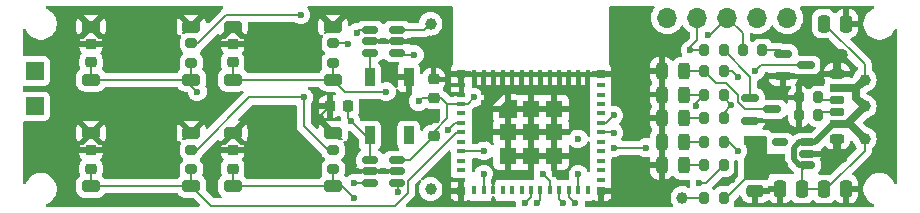
<source format=gtl>
G04 #@! TF.GenerationSoftware,KiCad,Pcbnew,8.0.4*
G04 #@! TF.CreationDate,2025-02-14T17:20:51+11:00*
G04 #@! TF.ProjectId,LSG,4c53472e-6b69-4636-9164-5f7063625858,rev?*
G04 #@! TF.SameCoordinates,Original*
G04 #@! TF.FileFunction,Copper,L1,Top*
G04 #@! TF.FilePolarity,Positive*
%FSLAX46Y46*%
G04 Gerber Fmt 4.6, Leading zero omitted, Abs format (unit mm)*
G04 Created by KiCad (PCBNEW 8.0.4) date 2025-02-14 17:20:51*
%MOMM*%
%LPD*%
G01*
G04 APERTURE LIST*
G04 Aperture macros list*
%AMRoundRect*
0 Rectangle with rounded corners*
0 $1 Rounding radius*
0 $2 $3 $4 $5 $6 $7 $8 $9 X,Y pos of 4 corners*
0 Add a 4 corners polygon primitive as box body*
4,1,4,$2,$3,$4,$5,$6,$7,$8,$9,$2,$3,0*
0 Add four circle primitives for the rounded corners*
1,1,$1+$1,$2,$3*
1,1,$1+$1,$4,$5*
1,1,$1+$1,$6,$7*
1,1,$1+$1,$8,$9*
0 Add four rect primitives between the rounded corners*
20,1,$1+$1,$2,$3,$4,$5,0*
20,1,$1+$1,$4,$5,$6,$7,0*
20,1,$1+$1,$6,$7,$8,$9,0*
20,1,$1+$1,$8,$9,$2,$3,0*%
%AMFreePoly0*
4,1,14,0.728536,0.728536,0.730000,0.725000,0.730000,-0.725000,0.728536,-0.728536,0.725000,-0.730000,-0.725000,-0.730000,-0.728536,-0.728536,-0.730000,-0.725000,-0.730000,0.125000,-0.728536,0.128536,-0.128536,0.728536,-0.125000,0.730000,0.725000,0.730000,0.728536,0.728536,0.728536,0.728536,$1*%
G04 Aperture macros list end*
G04 #@! TA.AperFunction,SMDPad,CuDef*
%ADD10RoundRect,0.200000X-0.200000X-0.275000X0.200000X-0.275000X0.200000X0.275000X-0.200000X0.275000X0*%
G04 #@! TD*
G04 #@! TA.AperFunction,SMDPad,CuDef*
%ADD11RoundRect,0.225000X-0.250000X0.225000X-0.250000X-0.225000X0.250000X-0.225000X0.250000X0.225000X0*%
G04 #@! TD*
G04 #@! TA.AperFunction,SMDPad,CuDef*
%ADD12RoundRect,0.225000X-0.225000X-0.250000X0.225000X-0.250000X0.225000X0.250000X-0.225000X0.250000X0*%
G04 #@! TD*
G04 #@! TA.AperFunction,SMDPad,CuDef*
%ADD13RoundRect,0.200000X0.200000X0.275000X-0.200000X0.275000X-0.200000X-0.275000X0.200000X-0.275000X0*%
G04 #@! TD*
G04 #@! TA.AperFunction,SMDPad,CuDef*
%ADD14RoundRect,0.243750X-0.243750X-0.456250X0.243750X-0.456250X0.243750X0.456250X-0.243750X0.456250X0*%
G04 #@! TD*
G04 #@! TA.AperFunction,ComponentPad*
%ADD15C,1.000000*%
G04 #@! TD*
G04 #@! TA.AperFunction,SMDPad,CuDef*
%ADD16RoundRect,0.250000X-0.500000X-0.250000X0.500000X-0.250000X0.500000X0.250000X-0.500000X0.250000X0*%
G04 #@! TD*
G04 #@! TA.AperFunction,SMDPad,CuDef*
%ADD17R,0.900000X1.500000*%
G04 #@! TD*
G04 #@! TA.AperFunction,SMDPad,CuDef*
%ADD18RoundRect,0.250000X0.250000X0.475000X-0.250000X0.475000X-0.250000X-0.475000X0.250000X-0.475000X0*%
G04 #@! TD*
G04 #@! TA.AperFunction,ComponentPad*
%ADD19R,1.500000X1.500000*%
G04 #@! TD*
G04 #@! TA.AperFunction,SMDPad,CuDef*
%ADD20RoundRect,0.150000X-0.512500X-0.150000X0.512500X-0.150000X0.512500X0.150000X-0.512500X0.150000X0*%
G04 #@! TD*
G04 #@! TA.AperFunction,SMDPad,CuDef*
%ADD21RoundRect,0.250000X0.475000X-0.250000X0.475000X0.250000X-0.475000X0.250000X-0.475000X-0.250000X0*%
G04 #@! TD*
G04 #@! TA.AperFunction,SMDPad,CuDef*
%ADD22RoundRect,0.150000X-0.587500X-0.150000X0.587500X-0.150000X0.587500X0.150000X-0.587500X0.150000X0*%
G04 #@! TD*
G04 #@! TA.AperFunction,SMDPad,CuDef*
%ADD23R,0.800000X0.400000*%
G04 #@! TD*
G04 #@! TA.AperFunction,SMDPad,CuDef*
%ADD24R,0.400000X0.800000*%
G04 #@! TD*
G04 #@! TA.AperFunction,SMDPad,CuDef*
%ADD25FreePoly0,0.000000*%
G04 #@! TD*
G04 #@! TA.AperFunction,SMDPad,CuDef*
%ADD26R,1.450000X1.450000*%
G04 #@! TD*
G04 #@! TA.AperFunction,SMDPad,CuDef*
%ADD27R,0.700000X0.700000*%
G04 #@! TD*
G04 #@! TA.AperFunction,SMDPad,CuDef*
%ADD28RoundRect,0.200000X-0.275000X0.200000X-0.275000X-0.200000X0.275000X-0.200000X0.275000X0.200000X0*%
G04 #@! TD*
G04 #@! TA.AperFunction,SMDPad,CuDef*
%ADD29RoundRect,0.175000X0.425000X-0.175000X0.425000X0.175000X-0.425000X0.175000X-0.425000X-0.175000X0*%
G04 #@! TD*
G04 #@! TA.AperFunction,SMDPad,CuDef*
%ADD30RoundRect,0.190000X-0.410000X0.190000X-0.410000X-0.190000X0.410000X-0.190000X0.410000X0.190000X0*%
G04 #@! TD*
G04 #@! TA.AperFunction,SMDPad,CuDef*
%ADD31RoundRect,0.200000X-0.400000X0.200000X-0.400000X-0.200000X0.400000X-0.200000X0.400000X0.200000X0*%
G04 #@! TD*
G04 #@! TA.AperFunction,SMDPad,CuDef*
%ADD32RoundRect,0.175000X-0.425000X0.175000X-0.425000X-0.175000X0.425000X-0.175000X0.425000X0.175000X0*%
G04 #@! TD*
G04 #@! TA.AperFunction,SMDPad,CuDef*
%ADD33RoundRect,0.190000X0.410000X-0.190000X0.410000X0.190000X-0.410000X0.190000X-0.410000X-0.190000X0*%
G04 #@! TD*
G04 #@! TA.AperFunction,SMDPad,CuDef*
%ADD34RoundRect,0.200000X0.400000X-0.200000X0.400000X0.200000X-0.400000X0.200000X-0.400000X-0.200000X0*%
G04 #@! TD*
G04 #@! TA.AperFunction,ComponentPad*
%ADD35O,1.700000X1.100000*%
G04 #@! TD*
G04 #@! TA.AperFunction,SMDPad,CuDef*
%ADD36RoundRect,0.150000X0.512500X0.150000X-0.512500X0.150000X-0.512500X-0.150000X0.512500X-0.150000X0*%
G04 #@! TD*
G04 #@! TA.AperFunction,ComponentPad*
%ADD37R,1.700000X1.700000*%
G04 #@! TD*
G04 #@! TA.AperFunction,ComponentPad*
%ADD38O,1.700000X1.700000*%
G04 #@! TD*
G04 #@! TA.AperFunction,SMDPad,CuDef*
%ADD39RoundRect,0.250000X-0.250000X-0.475000X0.250000X-0.475000X0.250000X0.475000X-0.250000X0.475000X0*%
G04 #@! TD*
G04 #@! TA.AperFunction,ViaPad*
%ADD40C,0.600000*%
G04 #@! TD*
G04 #@! TA.AperFunction,ViaPad*
%ADD41C,1.000000*%
G04 #@! TD*
G04 #@! TA.AperFunction,Conductor*
%ADD42C,0.700000*%
G04 #@! TD*
G04 #@! TA.AperFunction,Conductor*
%ADD43C,0.200000*%
G04 #@! TD*
G04 #@! TA.AperFunction,Conductor*
%ADD44C,0.500000*%
G04 #@! TD*
G04 APERTURE END LIST*
D10*
X20675000Y-3000000D03*
X22325000Y-3000000D03*
D11*
X-19250000Y5275000D03*
X-19250000Y3725000D03*
D12*
X-11025000Y0D03*
X-9475000Y0D03*
D13*
X30325000Y-750000D03*
X28675000Y-750000D03*
D14*
X17062500Y-5000000D03*
X18937500Y-5000000D03*
X17062500Y-3000000D03*
X18937500Y-3000000D03*
D15*
X-2500000Y7000000D03*
D16*
X-31250000Y-2250000D03*
X-22750000Y-2250000D03*
X-31250000Y-6750000D03*
X-22750000Y-6750000D03*
D17*
X-7650000Y-2450000D03*
X-4350000Y-2450000D03*
X-4350000Y2450000D03*
X-7650000Y2450000D03*
D18*
X32700000Y-7000000D03*
X30800000Y-7000000D03*
D19*
X-36000000Y-3000000D03*
D20*
X-7637500Y6450000D03*
X-7637500Y5500000D03*
X-7637500Y4550000D03*
X-5362500Y4550000D03*
X-5362500Y5500000D03*
X-5362500Y6450000D03*
D13*
X22325000Y4750000D03*
X20675000Y4750000D03*
D20*
X-7637500Y-4550000D03*
X-7637500Y-5500000D03*
X-7637500Y-6450000D03*
X-5362500Y-6450000D03*
X-5362500Y-5500000D03*
X-5362500Y-4550000D03*
D15*
X18825000Y-7750000D03*
D21*
X25000000Y-7200000D03*
X25000000Y-5300000D03*
D11*
X-2250000Y-975000D03*
X-2250000Y-2525000D03*
X-2250000Y2275000D03*
X-2250000Y725000D03*
D14*
X17062500Y1000000D03*
X18937500Y1000000D03*
D22*
X24562500Y700000D03*
X24562500Y-1200000D03*
X26437500Y-250000D03*
D11*
X-31250000Y5275000D03*
X-31250000Y3725000D03*
D23*
X100000Y1800000D03*
X100000Y1000000D03*
X100000Y200000D03*
X100000Y-600000D03*
X100000Y-1400000D03*
X100000Y-2200000D03*
X100000Y-3000000D03*
X100000Y-3800000D03*
X100000Y-4600000D03*
X100000Y-5400000D03*
X100000Y-6200000D03*
D24*
X1200000Y-7100000D03*
X2000000Y-7100000D03*
X2800000Y-7100000D03*
X3600000Y-7100000D03*
X4400000Y-7100000D03*
X5200000Y-7100000D03*
X6000000Y-7100000D03*
X6800000Y-7100000D03*
X7600000Y-7100000D03*
X8400000Y-7100000D03*
X9200000Y-7100000D03*
X10000000Y-7100000D03*
X10800000Y-7100000D03*
D23*
X11900000Y-6200000D03*
X11900000Y-5400000D03*
X11900000Y-4600000D03*
X11900000Y-3800000D03*
X11900000Y-3000000D03*
X11900000Y-2200000D03*
X11900000Y-1400000D03*
X11900000Y-600000D03*
X11900000Y200000D03*
X11900000Y1000000D03*
X11900000Y1800000D03*
D24*
X10800000Y2700000D03*
X10000000Y2700000D03*
X9200000Y2700000D03*
X8400000Y2700000D03*
X7600000Y2700000D03*
X6800000Y2700000D03*
X6000000Y2700000D03*
X5200000Y2700000D03*
X4400000Y2700000D03*
X3600000Y2700000D03*
X2800000Y2700000D03*
X2000000Y2700000D03*
X1200000Y2700000D03*
D25*
X4025000Y-225000D03*
D26*
X6000000Y-225000D03*
X7975000Y-225000D03*
X7975000Y-2200000D03*
X7975000Y-4175000D03*
X6000000Y-4175000D03*
X4025000Y-4175000D03*
X4025000Y-2200000D03*
X6000000Y-2200000D03*
D27*
X11950000Y2750000D03*
X11950000Y-7150000D03*
X50000Y-7150000D03*
X50000Y2750000D03*
D28*
X-10750000Y-3675000D03*
X-10750000Y-5325000D03*
D29*
X31920000Y-500000D03*
D30*
X31920000Y1520000D03*
D31*
X31920000Y2750000D03*
D32*
X31920000Y500000D03*
D33*
X31920000Y-1520000D03*
D34*
X31920000Y-2750000D03*
D35*
X32000000Y-4320000D03*
X35800000Y-4320000D03*
X32000000Y4320000D03*
X35800000Y4320000D03*
D28*
X-22750000Y5325000D03*
X-22750000Y3675000D03*
D16*
X-19250000Y6750000D03*
X-10750000Y6750000D03*
X-19250000Y2250000D03*
X-10750000Y2250000D03*
D14*
X17062500Y3000000D03*
X18937500Y3000000D03*
D28*
X-22750000Y-3675000D03*
X-22750000Y-5325000D03*
D10*
X20675000Y3000000D03*
X22325000Y3000000D03*
D13*
X22325000Y-7750000D03*
X20675000Y-7750000D03*
D19*
X-36000000Y0D03*
D36*
X29387500Y-4950000D03*
X29387500Y-4000000D03*
X29387500Y-3050000D03*
X27112500Y-3050000D03*
X27112500Y-4950000D03*
D16*
X-19250000Y-2250000D03*
X-10750000Y-2250000D03*
X-19250000Y-6750000D03*
X-10750000Y-6750000D03*
X-31250000Y6750000D03*
X-22750000Y6750000D03*
X-31250000Y2250000D03*
X-22750000Y2250000D03*
D28*
X-10750000Y5325000D03*
X-10750000Y3675000D03*
D10*
X20675000Y-5000000D03*
X22325000Y-5000000D03*
X20675000Y1000000D03*
X22325000Y1000000D03*
D22*
X27375000Y4450000D03*
X27375000Y2550000D03*
X29250000Y3500000D03*
D37*
X15000000Y7500000D03*
D38*
X17540000Y7500000D03*
X20080000Y7500000D03*
X22620000Y7500000D03*
X25160000Y7500000D03*
X27700000Y7500000D03*
D39*
X27050000Y-7000000D03*
X28950000Y-7000000D03*
D14*
X17062500Y-1000000D03*
X18937500Y-1000000D03*
D18*
X32700000Y7000000D03*
X30800000Y7000000D03*
D13*
X25575000Y4750000D03*
X23925000Y4750000D03*
D11*
X-19250000Y-3725000D03*
X-19250000Y-5275000D03*
D10*
X20675000Y-1000000D03*
X22325000Y-1000000D03*
D19*
X-36000000Y3000000D03*
D15*
X-2500000Y-7000000D03*
D13*
X30325000Y750000D03*
X28675000Y750000D03*
D11*
X-31250000Y-3725000D03*
X-31250000Y-5275000D03*
D40*
X-16000000Y-1000000D03*
X29500000Y5500000D03*
X10000000Y-750000D03*
X29500000Y2250000D03*
X-27000000Y-4500000D03*
X10000000Y-4750000D03*
X8000000Y1250000D03*
X4000000Y-2250000D03*
X-5250000Y-500000D03*
X23000000Y-6250000D03*
X-33500000Y4250000D03*
X5000000Y1250000D03*
X14250000Y-7500000D03*
X5000000Y-5750000D03*
X-15000000Y-4500000D03*
X17000000Y4750000D03*
X4000000Y-5750000D03*
X-11750000Y-1000000D03*
X10000000Y250000D03*
X3000000Y1250000D03*
X10000000Y-1750000D03*
X6000000Y-2250000D03*
X4000000Y-250000D03*
X7000000Y1250000D03*
X2000000Y1250000D03*
X10000000Y-3750000D03*
X-9000000Y-3000000D03*
X6000000Y-250000D03*
X8000000Y-5750000D03*
X4000000Y-4250000D03*
X8000000Y-250000D03*
X-7250000Y-500000D03*
X3000000Y-5750000D03*
X9000000Y1250000D03*
X10000000Y1250000D03*
X8000000Y-2250000D03*
X2000000Y-750000D03*
X2000000Y-2750000D03*
X8000000Y-4250000D03*
X2000000Y-1750000D03*
X-33500000Y-4250000D03*
X9000000Y-5750000D03*
X4000000Y1250000D03*
X26750000Y-1750000D03*
X6000000Y-5750000D03*
X-27000000Y-1000000D03*
X6000000Y-4250000D03*
X6000000Y1250000D03*
X-6500000Y7500000D03*
X-15000000Y4500000D03*
X13750000Y4500000D03*
X-27000000Y4500000D03*
X27000000Y1000000D03*
X2000000Y250000D03*
X-1000000Y-6000000D03*
X-13500000Y7750000D03*
D41*
X25000000Y-3250000D03*
D40*
X23500000Y2500000D03*
X22972947Y124419D03*
X-9500000Y5250000D03*
X-13250000Y750000D03*
X1199997Y750000D03*
X-3521772Y423242D03*
X-9000000Y-7750000D03*
X5500000Y-8200000D03*
D41*
X34250000Y-2750000D03*
X34250000Y2250000D03*
D40*
X23500000Y-3750000D03*
D41*
X34250000Y0D03*
D40*
X-8750000Y6250000D03*
X-9250000Y-1250000D03*
X-6250000Y1250000D03*
X-1000000Y-2000000D03*
X10000000Y-5750000D03*
X10000000Y-2750000D03*
X13000000Y-3500000D03*
X15750000Y-3500000D03*
X2000000Y-3750000D03*
X2000000Y-5750000D03*
X-22250000Y1250000D03*
X25000000Y3000000D03*
X20000000Y0D03*
X21000000Y6000000D03*
X13000000Y-750000D03*
X19500000Y4750000D03*
X13000000Y-2250000D03*
X-9000000Y-6500000D03*
X9750000Y-8200000D03*
X20250000Y-6500000D03*
X8750000Y-8200000D03*
X6500000Y-8200000D03*
X-5250000Y-7250000D03*
X7000000Y-5750000D03*
X-3875000Y4375000D03*
D42*
X31920000Y-4240000D02*
X32000000Y-4320000D01*
D43*
X-11750000Y-725000D02*
X-11025000Y0D01*
X-7637500Y5500000D02*
X-5362500Y5500000D01*
X-11750000Y-1000000D02*
X-11750000Y-1250000D01*
X-11750000Y-1000000D02*
X-11750000Y-725000D01*
D42*
X31920000Y-2750000D02*
X31920000Y-4240000D01*
X31920000Y4240000D02*
X32000000Y4320000D01*
D43*
X2800000Y-7100000D02*
X2800000Y-5950000D01*
X26200000Y-1200000D02*
X26750000Y-1750000D01*
D44*
X31680000Y-4000000D02*
X32000000Y-4320000D01*
D43*
X2800000Y-5950000D02*
X3000000Y-5750000D01*
D42*
X31920000Y2750000D02*
X31920000Y4240000D01*
D43*
X-7637500Y-5500000D02*
X-5362500Y-5500000D01*
X-11750000Y-1250000D02*
X-10750000Y-2250000D01*
D44*
X29387500Y-4000000D02*
X31680000Y-4000000D01*
D43*
X24562500Y-1200000D02*
X26200000Y-1200000D01*
X-22750000Y5325000D02*
X-22209744Y5325000D01*
X-1075000Y200000D02*
X100000Y200000D01*
X-17850000Y750000D02*
X-13250000Y750000D01*
X22550000Y-7750000D02*
X25000000Y-5300000D01*
X22325000Y1000000D02*
X22325000Y675000D01*
X-2250000Y725000D02*
X-3220014Y725000D01*
X22325000Y-7750000D02*
X22550000Y-7750000D01*
X-3220014Y725000D02*
X-3521772Y423242D01*
X22325000Y3000000D02*
X23000000Y3000000D01*
X-19784744Y7750000D02*
X-13500000Y7750000D01*
X-1075000Y200000D02*
X-1600000Y725000D01*
X22325000Y772366D02*
X22972947Y124419D01*
X-22275000Y-3675000D02*
X-17850000Y750000D01*
X-22209744Y5325000D02*
X-19784744Y7750000D01*
X22325000Y1000000D02*
X22325000Y772366D01*
X-10750000Y-3675000D02*
X-11225000Y-3675000D01*
X-4275000Y-4550000D02*
X-2250000Y-2525000D01*
X-2250000Y-2198696D02*
X-1075000Y-1023696D01*
X27112500Y-5087500D02*
X27112500Y-4950000D01*
X-1600000Y725000D02*
X-2250000Y725000D01*
X-22750000Y-3675000D02*
X-22275000Y-3675000D01*
X-2250000Y-2525000D02*
X-2250000Y-2198696D01*
X-9500000Y5250000D02*
X-9575000Y5325000D01*
X-13250000Y-1650000D02*
X-13250000Y750000D01*
X1199997Y750000D02*
X649997Y200000D01*
X-9575000Y5325000D02*
X-10750000Y5325000D01*
X-3050000Y6450000D02*
X-2500000Y7000000D01*
X-5362500Y-4550000D02*
X-4275000Y-4550000D01*
X649997Y200000D02*
X100000Y200000D01*
X-11225000Y-3675000D02*
X-13250000Y-1650000D01*
X23000000Y3000000D02*
X23500000Y2500000D01*
X-1075000Y-1023696D02*
X-1075000Y200000D01*
X-5362500Y6450000D02*
X-3050000Y6450000D01*
X22325000Y-1000000D02*
X22325000Y-523528D01*
X22325000Y-523528D02*
X22972947Y124419D01*
X-10750000Y-6750000D02*
X-10750000Y-5325000D01*
X-19250000Y-6750000D02*
X-19250000Y-5275000D01*
X-10000000Y-6750000D02*
X-10750000Y-6750000D01*
X-10750000Y-6750000D02*
X-19250000Y-6750000D01*
X-9000000Y-7750000D02*
X-10000000Y-6750000D01*
X6000000Y-7100000D02*
X6000000Y-7700000D01*
X6000000Y-7700000D02*
X5500000Y-8200000D01*
X34250000Y-3750000D02*
X34250000Y-2750000D01*
D44*
X29387500Y-4950000D02*
X28725001Y-4950000D01*
D42*
X31920000Y-1520000D02*
X33020000Y-1520000D01*
D44*
X28725001Y-3050000D02*
X29387500Y-3050000D01*
D42*
X33020000Y-1230000D02*
X34250000Y0D01*
D43*
X-7637500Y-2462500D02*
X-7650000Y-2450000D01*
D42*
X33520000Y730000D02*
X34250000Y0D01*
D43*
X-9250000Y-1250000D02*
X-8050000Y-2450000D01*
D44*
X28250000Y-3525001D02*
X28725001Y-3050000D01*
X28250000Y-4474999D02*
X28250000Y-3525001D01*
D43*
X-8550000Y6450000D02*
X-7637500Y6450000D01*
X-8050000Y-2450000D02*
X-7650000Y-2450000D01*
D42*
X33020000Y-1520000D02*
X34250000Y-2750000D01*
D44*
X29387500Y-3050000D02*
X30049999Y-3050000D01*
D43*
X22750000Y-3000000D02*
X23500000Y-3750000D01*
X31000000Y-7000000D02*
X34250000Y-3750000D01*
X30800000Y-7000000D02*
X28950000Y-7000000D01*
X30822082Y7000000D02*
X34250000Y3572082D01*
X-8750000Y6250000D02*
X-8550000Y6450000D01*
D44*
X31579999Y-1520000D02*
X31920000Y-1520000D01*
D42*
X31920000Y1520000D02*
X33520000Y1520000D01*
D43*
X-9475000Y-1025000D02*
X-9250000Y-1250000D01*
X28950000Y-7000000D02*
X28950000Y-5387500D01*
D42*
X33020000Y-1520000D02*
X33020000Y-1230000D01*
D44*
X30049999Y-3050000D02*
X31579999Y-1520000D01*
D43*
X34250000Y3572082D02*
X34250000Y2250000D01*
D42*
X33520000Y1520000D02*
X33520000Y730000D01*
D43*
X30800000Y-7000000D02*
X31000000Y-7000000D01*
D42*
X33520000Y1520000D02*
X34250000Y2250000D01*
D44*
X28725001Y-4950000D02*
X28250000Y-4474999D01*
D43*
X-9475000Y0D02*
X-9475000Y-1025000D01*
X22325000Y-3000000D02*
X22750000Y-3000000D01*
X28950000Y-5387500D02*
X29387500Y-4950000D01*
X30800000Y7000000D02*
X30822082Y7000000D01*
X-7637500Y-4550000D02*
X-7637500Y-2462500D01*
X-10750000Y2250000D02*
X-10750000Y3675000D01*
X-9750000Y1250000D02*
X-10750000Y2250000D01*
X-400000Y-1400000D02*
X100000Y-1400000D01*
X-19250000Y2250000D02*
X-19250000Y3725000D01*
X-1000000Y-2000000D02*
X-400000Y-1400000D01*
X-19250000Y2250000D02*
X-10750000Y2250000D01*
X-6250000Y1250000D02*
X-9750000Y1250000D01*
X-4400000Y-7300000D02*
X-5500000Y-8400000D01*
X100000Y-2200000D02*
X-300000Y-2200000D01*
X-5500000Y-8400000D02*
X-21100000Y-8400000D01*
X-4400000Y-6300000D02*
X-4400000Y-7300000D01*
X-22750000Y-6750000D02*
X-22750000Y-5325000D01*
X-22750000Y-6750000D02*
X-31250000Y-6750000D01*
X-31250000Y-6750000D02*
X-31250000Y-5275000D01*
X-300000Y-2200000D02*
X-4400000Y-6300000D01*
X-21100000Y-8400000D02*
X-22750000Y-6750000D01*
X10000000Y-7100000D02*
X10000000Y-5750000D01*
X1950000Y-3800000D02*
X2000000Y-3750000D01*
X100000Y-3800000D02*
X1950000Y-3800000D01*
X13000000Y-3500000D02*
X15750000Y-3500000D01*
X-22750000Y2250000D02*
X-31250000Y2250000D01*
X-22750000Y2250000D02*
X-22750000Y3675000D01*
X2000000Y-7100000D02*
X2000000Y-5750000D01*
X-31250000Y2250000D02*
X-31250000Y3725000D01*
X-22750000Y1750000D02*
X-22250000Y1250000D01*
X-22750000Y2250000D02*
X-22750000Y1750000D01*
X18937500Y-1000000D02*
X20675000Y-1000000D01*
X18937500Y-3000000D02*
X20675000Y-3000000D01*
X-7637500Y2462500D02*
X-7650000Y2450000D01*
X-7637500Y4550000D02*
X-7637500Y2462500D01*
X26437500Y-250000D02*
X24134448Y-250000D01*
X21675000Y2000000D02*
X20675000Y3000000D01*
X24134448Y-250000D02*
X23525000Y359448D01*
X23525000Y987648D02*
X22512648Y2000000D01*
X18937500Y3000000D02*
X20675000Y3000000D01*
X23525000Y359448D02*
X23525000Y987648D01*
X22512648Y2000000D02*
X21675000Y2000000D01*
X20000000Y325000D02*
X20675000Y1000000D01*
X20000000Y0D02*
X20000000Y325000D01*
X29250000Y3500000D02*
X25500000Y3500000D01*
X25500000Y3500000D02*
X25000000Y3000000D01*
X18937500Y1000000D02*
X20675000Y1000000D01*
X18937500Y-5000000D02*
X20675000Y-5000000D01*
X21120000Y6000000D02*
X21000000Y6000000D01*
X23925000Y6195000D02*
X22620000Y7500000D01*
X22620000Y7500000D02*
X21120000Y6000000D01*
X23925000Y4750000D02*
X23925000Y6195000D01*
X12350000Y-1400000D02*
X11900000Y-1400000D01*
X13000000Y-750000D02*
X12350000Y-1400000D01*
X19500000Y5000000D02*
X20080000Y5580000D01*
X12950000Y-2200000D02*
X13000000Y-2250000D01*
X19500000Y4750000D02*
X19500000Y5000000D01*
X20080000Y5580000D02*
X20080000Y7500000D01*
X11900000Y-2200000D02*
X12950000Y-2200000D01*
X19500000Y4750000D02*
X20675000Y4750000D01*
X-8950000Y-6450000D02*
X-9000000Y-6500000D01*
X-7637500Y-6450000D02*
X-8950000Y-6450000D01*
X22325000Y4750000D02*
X24562500Y2512500D01*
X24562500Y2512500D02*
X24562500Y700000D01*
X27075000Y4750000D02*
X27375000Y4450000D01*
X25575000Y4750000D02*
X27075000Y4750000D01*
X30575000Y500000D02*
X30325000Y750000D01*
X31920000Y500000D02*
X30575000Y500000D01*
X31920000Y-500000D02*
X30575000Y-500000D01*
X30575000Y-500000D02*
X30325000Y-750000D01*
X18825000Y-7750000D02*
X20675000Y-7750000D01*
X9200000Y-7650000D02*
X9750000Y-8200000D01*
X9200000Y-7100000D02*
X9200000Y-7650000D01*
X20250000Y-6500000D02*
X20825000Y-6500000D01*
X8400000Y-7100000D02*
X8400000Y-7850000D01*
X8400000Y-7850000D02*
X8750000Y-8200000D01*
X20825000Y-6500000D02*
X22325000Y-5000000D01*
X-5250000Y-7250000D02*
X-5250000Y-6562500D01*
X6800000Y-7900000D02*
X6500000Y-8200000D01*
X-5250000Y-6562500D02*
X-5362500Y-6450000D01*
X6800000Y-7100000D02*
X6800000Y-7900000D01*
X-5187500Y4375000D02*
X-5362500Y4550000D01*
X7600000Y-7100000D02*
X7600000Y-6350000D01*
X-3875000Y4375000D02*
X-5187500Y4375000D01*
X7600000Y-6350000D02*
X7000000Y-5750000D01*
G04 #@! TA.AperFunction,Conductor*
G36*
X-20083308Y8479815D02*
G01*
X-20037553Y8427011D01*
X-20027609Y8357853D01*
X-20056634Y8294297D01*
X-20088347Y8268113D01*
X-20153460Y8230520D01*
X-20265264Y8118716D01*
X-20265264Y8118714D01*
X-20275468Y8108511D01*
X-20275472Y8108506D01*
X-21300097Y7083880D01*
X-21361418Y7050397D01*
X-21431110Y7055381D01*
X-21487043Y7097253D01*
X-21506332Y7146666D01*
X-21509077Y7146079D01*
X-21510492Y7152692D01*
X-21565641Y7319119D01*
X-21565643Y7319124D01*
X-21657684Y7468345D01*
X-21667893Y7478554D01*
X-22884628Y6261819D01*
X-22945951Y6228334D01*
X-22972309Y6225500D01*
X-23081616Y6225500D01*
X-23152196Y6219086D01*
X-23314606Y6168478D01*
X-23377418Y6130506D01*
X-23444970Y6112670D01*
X-23511444Y6134187D01*
X-23555733Y6188227D01*
X-23563774Y6257632D01*
X-23533016Y6320367D01*
X-23529248Y6324304D01*
X-23103553Y6750000D01*
X-23832107Y7478554D01*
X-23842315Y7468345D01*
X-23934356Y7319124D01*
X-23934358Y7319119D01*
X-23989505Y7152697D01*
X-23989506Y7152690D01*
X-23999999Y7049986D01*
X-23999999Y6450028D01*
X-23999998Y6450012D01*
X-23989505Y6347302D01*
X-23934358Y6180880D01*
X-23934356Y6180875D01*
X-23842315Y6031654D01*
X-23832107Y6021446D01*
X-23832106Y6021446D01*
X-23824303Y6029249D01*
X-23762980Y6062734D01*
X-23693288Y6057748D01*
X-23637355Y6015876D01*
X-23612939Y5950412D01*
X-23627791Y5882139D01*
X-23630490Y5877444D01*
X-23668478Y5814606D01*
X-23719086Y5652196D01*
X-23725500Y5581616D01*
X-23725500Y5068384D01*
X-23719086Y4997804D01*
X-23668478Y4835394D01*
X-23580472Y4689815D01*
X-23580470Y4689813D01*
X-23580469Y4689811D01*
X-23478339Y4587681D01*
X-23444854Y4526358D01*
X-23449838Y4456666D01*
X-23478339Y4412319D01*
X-23556344Y4334313D01*
X-23580472Y4310185D01*
X-23668478Y4164606D01*
X-23719086Y4002196D01*
X-23725500Y3931616D01*
X-23725500Y3418384D01*
X-23719086Y3347804D01*
X-23680565Y3224186D01*
X-23679416Y3154330D01*
X-23714093Y3098363D01*
X-23713549Y3097819D01*
X-23715868Y3095499D01*
X-23716217Y3094937D01*
X-23717567Y3093800D01*
X-23718653Y3092713D01*
X-23718656Y3092712D01*
X-23842712Y2968656D01*
X-23868090Y2927511D01*
X-23879259Y2909403D01*
X-23931207Y2862679D01*
X-23984798Y2850500D01*
X-30015202Y2850500D01*
X-30082241Y2870185D01*
X-30120741Y2909403D01*
X-30141488Y2943039D01*
X-30157288Y2968656D01*
X-30281344Y3092712D01*
X-30281348Y3092714D01*
X-30284011Y3094820D01*
X-30285367Y3096735D01*
X-30286451Y3097819D01*
X-30286265Y3098004D01*
X-30324391Y3151840D01*
X-30327533Y3221639D01*
X-30324811Y3231093D01*
X-30284651Y3352288D01*
X-30274500Y3451647D01*
X-30274500Y3998337D01*
X-30274501Y3998355D01*
X-30284650Y4097707D01*
X-30284651Y4097710D01*
X-30337996Y4258694D01*
X-30338001Y4258705D01*
X-30427029Y4403040D01*
X-30427032Y4403044D01*
X-30436660Y4412672D01*
X-30470145Y4473995D01*
X-30465161Y4543687D01*
X-30436663Y4588031D01*
X-30427428Y4597265D01*
X-30427424Y4597271D01*
X-30338457Y4741507D01*
X-30338452Y4741518D01*
X-30285144Y4902393D01*
X-30275000Y5001677D01*
X-30275000Y5025000D01*
X-32224999Y5025000D01*
X-32224999Y5001692D01*
X-32224998Y5001677D01*
X-32214855Y4902392D01*
X-32161547Y4741518D01*
X-32161542Y4741507D01*
X-32072575Y4597271D01*
X-32072572Y4597267D01*
X-32063339Y4588034D01*
X-32029854Y4526711D01*
X-32034838Y4457019D01*
X-32063343Y4412668D01*
X-32072968Y4403044D01*
X-32162003Y4258697D01*
X-32215349Y4097708D01*
X-32225500Y3998345D01*
X-32225499Y3715701D01*
X-32225499Y3451662D01*
X-32225498Y3451644D01*
X-32222100Y3418384D01*
X-32215349Y3352292D01*
X-32175188Y3231093D01*
X-32172786Y3161267D01*
X-32208518Y3101225D01*
X-32215987Y3094822D01*
X-32218649Y3092716D01*
X-32218656Y3092712D01*
X-32342712Y2968656D01*
X-32434814Y2819334D01*
X-32489999Y2652797D01*
X-32500500Y2550009D01*
X-32500499Y2250000D01*
X-32500499Y1949998D01*
X-32500498Y1949980D01*
X-32491114Y1858121D01*
X-32489999Y1847203D01*
X-32434814Y1680666D01*
X-32342712Y1531344D01*
X-32218656Y1407288D01*
X-32136581Y1356664D01*
X-32080716Y1322206D01*
X-32069334Y1315186D01*
X-31902797Y1260001D01*
X-31902795Y1260000D01*
X-31800010Y1249500D01*
X-31800009Y1249500D01*
X-30699998Y1249500D01*
X-30699980Y1249501D01*
X-30597203Y1260000D01*
X-30597200Y1260001D01*
X-30430668Y1315185D01*
X-30430663Y1315187D01*
X-30281342Y1407289D01*
X-30157289Y1531342D01*
X-30142348Y1555565D01*
X-30120740Y1590597D01*
X-30068793Y1637321D01*
X-30015202Y1649500D01*
X-23984798Y1649500D01*
X-23917759Y1629815D01*
X-23879260Y1590598D01*
X-23842712Y1531344D01*
X-23718656Y1407288D01*
X-23636581Y1356664D01*
X-23580716Y1322206D01*
X-23569334Y1315186D01*
X-23402797Y1260001D01*
X-23402795Y1260000D01*
X-23300016Y1249500D01*
X-23300009Y1249500D01*
X-23166321Y1249500D01*
X-23099282Y1229815D01*
X-23053527Y1177011D01*
X-23043101Y1139386D01*
X-23035368Y1070745D01*
X-22975789Y900478D01*
X-22882574Y752127D01*
X-22879815Y747737D01*
X-22752262Y620184D01*
X-22599523Y524211D01*
X-22429254Y464631D01*
X-22429249Y464630D01*
X-22250004Y444435D01*
X-22250000Y444435D01*
X-22249996Y444435D01*
X-22070750Y464630D01*
X-22070745Y464631D01*
X-21900476Y524211D01*
X-21747737Y620184D01*
X-21620184Y747737D01*
X-21524211Y900476D01*
X-21464631Y1070745D01*
X-21464630Y1070750D01*
X-21444435Y1250000D01*
X-21444435Y1250003D01*
X-21464630Y1429249D01*
X-21464631Y1429254D01*
X-21524211Y1599524D01*
X-21537544Y1620742D01*
X-21556545Y1687979D01*
X-21550257Y1725719D01*
X-21523521Y1806401D01*
X-21510001Y1847203D01*
X-21510000Y1847204D01*
X-21499500Y1949983D01*
X-21499500Y2550001D01*
X-21499501Y2550019D01*
X-21510000Y2652796D01*
X-21510001Y2652799D01*
X-21565185Y2819331D01*
X-21565187Y2819336D01*
X-21614311Y2898978D01*
X-21657288Y2968656D01*
X-21781344Y3092712D01*
X-21786451Y3097819D01*
X-21784703Y3099566D01*
X-21818329Y3147040D01*
X-21821477Y3216839D01*
X-21819433Y3224189D01*
X-21780914Y3347805D01*
X-21780507Y3352288D01*
X-21774500Y3418384D01*
X-21774500Y3931616D01*
X-21780017Y3992328D01*
X-21780913Y4002192D01*
X-21781501Y4004078D01*
X-21831522Y4164606D01*
X-21919528Y4310185D01*
X-21919530Y4310188D01*
X-22021661Y4412319D01*
X-22055146Y4473642D01*
X-22050162Y4543334D01*
X-22021661Y4587681D01*
X-21919531Y4689810D01*
X-21919530Y4689811D01*
X-21831520Y4835396D01*
X-21828442Y4842237D01*
X-21827112Y4841638D01*
X-21801495Y4884010D01*
X-21729224Y4956283D01*
X-21729222Y4956286D01*
X-21137198Y5548309D01*
X-20225000Y5548309D01*
X-20225000Y5525000D01*
X-18275001Y5525000D01*
X-18275001Y5548322D01*
X-18285144Y5647607D01*
X-18304825Y5707000D01*
X-18509191Y5707000D01*
X-18576230Y5726685D01*
X-18596872Y5743319D01*
X-19250000Y6396447D01*
X-19903128Y5743319D01*
X-19964451Y5709834D01*
X-19990809Y5707000D01*
X-20195175Y5707000D01*
X-20214855Y5647607D01*
X-20224999Y5548322D01*
X-20225000Y5548309D01*
X-21137198Y5548309D01*
X-20572057Y6113450D01*
X-20510734Y6146935D01*
X-20441042Y6141951D01*
X-20385109Y6100079D01*
X-20378837Y6090865D01*
X-20342317Y6031656D01*
X-20332107Y6021446D01*
X-19337681Y7015872D01*
X-19276358Y7049357D01*
X-19206666Y7044373D01*
X-19162319Y7015872D01*
X-18167893Y6021446D01*
X-18157684Y6031654D01*
X-18065643Y6180875D01*
X-18065641Y6180880D01*
X-18010494Y6347302D01*
X-18010493Y6347309D01*
X-18000000Y6450013D01*
X-18000000Y6450026D01*
X-18000001Y7025500D01*
X-17980317Y7092539D01*
X-17927513Y7138294D01*
X-17876001Y7149500D01*
X-14082412Y7149500D01*
X-14015373Y7129815D01*
X-14005097Y7122445D01*
X-14002263Y7120185D01*
X-14002262Y7120184D01*
X-13958265Y7092539D01*
X-13849523Y7024211D01*
X-13679254Y6964631D01*
X-13679249Y6964630D01*
X-13500004Y6944435D01*
X-13500000Y6944435D01*
X-13499996Y6944435D01*
X-13320750Y6964630D01*
X-13320745Y6964631D01*
X-13150476Y7024211D01*
X-12997737Y7120184D01*
X-12870184Y7247737D01*
X-12774211Y7400476D01*
X-12714631Y7570745D01*
X-12714630Y7570750D01*
X-12695443Y7741056D01*
X-11387504Y7741056D01*
X-10750001Y7103553D01*
X-10750000Y7103553D01*
X-10112494Y7741056D01*
X-10200021Y7749999D01*
X-11299972Y7749999D01*
X-11299985Y7749998D01*
X-11387504Y7741056D01*
X-12695443Y7741056D01*
X-12694435Y7750000D01*
X-12694435Y7750003D01*
X-12714630Y7929249D01*
X-12714631Y7929254D01*
X-12774211Y8099523D01*
X-12870184Y8252262D01*
X-12905741Y8287819D01*
X-12939226Y8349142D01*
X-12934242Y8418834D01*
X-12892370Y8474767D01*
X-12826906Y8499184D01*
X-12818060Y8499500D01*
X-724000Y8499500D01*
X-656961Y8479815D01*
X-611206Y8427011D01*
X-600000Y8375500D01*
X-600000Y3562070D01*
X-619685Y3495031D01*
X-649693Y3462801D01*
X-657187Y3457190D01*
X-743352Y3342088D01*
X-743354Y3342086D01*
X-793596Y3207379D01*
X-793598Y3207372D01*
X-799999Y3147844D01*
X-800000Y3147827D01*
X-800000Y3000000D01*
X819000Y3000000D01*
X886039Y2980315D01*
X931794Y2927511D01*
X936327Y2906672D01*
X943000Y2900000D01*
X11057000Y2900000D01*
X11066976Y2909976D01*
X11076685Y2943039D01*
X11129489Y2988794D01*
X11181000Y3000000D01*
X12800000Y3000000D01*
X12800000Y3147827D01*
X12799999Y3147844D01*
X12793598Y3207372D01*
X12793596Y3207379D01*
X12743354Y3342086D01*
X12743352Y3342088D01*
X12657187Y3457190D01*
X12649693Y3462801D01*
X12617491Y3505815D01*
X16075000Y3505815D01*
X16075000Y3250000D01*
X16812500Y3250000D01*
X16812500Y4200000D01*
X16769197Y4200000D01*
X16769184Y4199999D01*
X16667326Y4189592D01*
X16502290Y4134905D01*
X16502285Y4134903D01*
X16354308Y4043629D01*
X16231370Y3920691D01*
X16140096Y3772714D01*
X16140094Y3772709D01*
X16085407Y3607673D01*
X16075000Y3505815D01*
X12617491Y3505815D01*
X12607820Y3518733D01*
X12600000Y3562070D01*
X12600000Y8375500D01*
X12619685Y8442539D01*
X12672489Y8488294D01*
X12724000Y8499500D01*
X16352999Y8499500D01*
X16420038Y8479815D01*
X16465793Y8427011D01*
X16475737Y8357853D01*
X16454574Y8304377D01*
X16365965Y8177830D01*
X16365964Y8177828D01*
X16316031Y8070746D01*
X16266097Y7963663D01*
X16266096Y7963659D01*
X16266094Y7963655D01*
X16204938Y7735413D01*
X16204936Y7735403D01*
X16184341Y7500000D01*
X16184341Y7499999D01*
X16204936Y7264596D01*
X16204938Y7264586D01*
X16266094Y7036344D01*
X16266096Y7036337D01*
X16266097Y7036337D01*
X16275640Y7015872D01*
X16365965Y6822169D01*
X16365967Y6822165D01*
X16501501Y6628604D01*
X16501506Y6628597D01*
X16668597Y6461506D01*
X16668604Y6461501D01*
X16862165Y6325967D01*
X16862169Y6325965D01*
X16999731Y6261819D01*
X17072886Y6227706D01*
X17076335Y6226098D01*
X17076344Y6226094D01*
X17304586Y6164938D01*
X17304596Y6164936D01*
X17539999Y6144341D01*
X17540000Y6144341D01*
X17540001Y6144341D01*
X17775403Y6164936D01*
X17775413Y6164938D01*
X18003655Y6226094D01*
X18003659Y6226096D01*
X18003663Y6226097D01*
X18217830Y6325965D01*
X18217834Y6325967D01*
X18411395Y6461501D01*
X18411402Y6461506D01*
X18578493Y6628597D01*
X18578495Y6628599D01*
X18708425Y6814158D01*
X18763002Y6857782D01*
X18832501Y6864975D01*
X18894855Y6833453D01*
X18911575Y6814158D01*
X19041505Y6628599D01*
X19041506Y6628597D01*
X19208597Y6461506D01*
X19208604Y6461501D01*
X19402168Y6325965D01*
X19402173Y6325962D01*
X19407909Y6323288D01*
X19460347Y6277113D01*
X19479500Y6210908D01*
X19479500Y5880097D01*
X19459815Y5813058D01*
X19443181Y5792416D01*
X19138355Y5487590D01*
X19138349Y5487585D01*
X19095984Y5445220D01*
X19074277Y5427908D01*
X18997738Y5379816D01*
X18997737Y5379815D01*
X18870184Y5252262D01*
X18774211Y5099523D01*
X18714631Y4929254D01*
X18714630Y4929249D01*
X18694435Y4750003D01*
X18694435Y4749996D01*
X18714630Y4570750D01*
X18714631Y4570745D01*
X18774211Y4400475D01*
X18780497Y4390473D01*
X18799498Y4323236D01*
X18779131Y4256401D01*
X18725863Y4211186D01*
X18675504Y4200500D01*
X18644152Y4200500D01*
X18542225Y4190087D01*
X18377075Y4135362D01*
X18377069Y4135358D01*
X18377066Y4135357D01*
X18229000Y4044028D01*
X18228996Y4044025D01*
X18105974Y3921003D01*
X18105968Y3920995D01*
X18105238Y3919812D01*
X18104525Y3919171D01*
X18101493Y3915336D01*
X18100837Y3915854D01*
X18053287Y3873091D01*
X17984323Y3861875D01*
X17920243Y3889723D01*
X17898238Y3915123D01*
X17898112Y3915023D01*
X17895882Y3917842D01*
X17894159Y3919832D01*
X17893628Y3920692D01*
X17770691Y4043629D01*
X17622714Y4134903D01*
X17622709Y4134905D01*
X17457673Y4189592D01*
X17355815Y4199999D01*
X17355803Y4200000D01*
X17312500Y4200000D01*
X17312500Y-6200000D01*
X17355803Y-6200000D01*
X17355815Y-6199999D01*
X17457673Y-6189592D01*
X17622709Y-6134905D01*
X17622714Y-6134903D01*
X17770691Y-6043629D01*
X17893628Y-5920692D01*
X17894159Y-5919832D01*
X17894680Y-5919363D01*
X17898112Y-5915023D01*
X17898853Y-5915608D01*
X17946101Y-5873102D01*
X18015063Y-5861872D01*
X18079148Y-5889708D01*
X18101413Y-5915398D01*
X18101493Y-5915336D01*
X18102890Y-5917103D01*
X18105238Y-5919812D01*
X18105968Y-5920995D01*
X18105974Y-5921003D01*
X18228996Y-6044025D01*
X18229000Y-6044028D01*
X18377066Y-6135357D01*
X18377069Y-6135358D01*
X18377075Y-6135362D01*
X18542225Y-6190087D01*
X18644152Y-6200500D01*
X18644157Y-6200500D01*
X19230843Y-6200500D01*
X19230848Y-6200500D01*
X19328013Y-6190573D01*
X19396704Y-6203342D01*
X19447589Y-6251222D01*
X19464510Y-6319012D01*
X19463834Y-6327814D01*
X19444435Y-6499995D01*
X19444435Y-6500003D01*
X19464630Y-6679249D01*
X19464632Y-6679257D01*
X19479293Y-6721155D01*
X19482854Y-6790933D01*
X19448125Y-6851561D01*
X19386132Y-6883788D01*
X19316556Y-6877383D01*
X19303798Y-6871467D01*
X19209733Y-6821188D01*
X19209727Y-6821186D01*
X19076969Y-6780914D01*
X19021129Y-6763975D01*
X18825000Y-6744659D01*
X18628870Y-6763975D01*
X18440266Y-6821188D01*
X18266467Y-6914086D01*
X18266460Y-6914090D01*
X18114116Y-7039116D01*
X17989090Y-7191460D01*
X17989086Y-7191467D01*
X17896188Y-7365266D01*
X17838975Y-7553870D01*
X17819659Y-7750000D01*
X17838975Y-7946129D01*
X17838976Y-7946132D01*
X17896073Y-8134356D01*
X17896188Y-8134733D01*
X17991961Y-8313911D01*
X17990352Y-8314770D01*
X18008679Y-8373271D01*
X17990203Y-8440653D01*
X17938230Y-8487350D01*
X17884699Y-8499500D01*
X10660576Y-8499500D01*
X10593537Y-8479815D01*
X10547782Y-8427011D01*
X10537356Y-8361617D01*
X10555565Y-8200000D01*
X10555565Y-8199996D01*
X10548623Y-8138382D01*
X10560678Y-8069560D01*
X10608027Y-8018181D01*
X10671840Y-8000499D01*
X11047872Y-8000499D01*
X11107483Y-7994091D01*
X11242331Y-7943796D01*
X11242333Y-7943794D01*
X11250640Y-7940696D01*
X11251225Y-7942265D01*
X11309367Y-7929616D01*
X11349207Y-7941312D01*
X11349602Y-7940253D01*
X11492623Y-7993597D01*
X11492627Y-7993598D01*
X11552155Y-7999999D01*
X11552172Y-8000000D01*
X11700000Y-8000000D01*
X12200000Y-8000000D01*
X12347828Y-8000000D01*
X12347844Y-7999999D01*
X12407372Y-7993598D01*
X12407379Y-7993596D01*
X12542086Y-7943354D01*
X12542093Y-7943350D01*
X12657187Y-7857190D01*
X12657190Y-7857187D01*
X12743350Y-7742093D01*
X12743354Y-7742086D01*
X12793596Y-7607379D01*
X12793598Y-7607372D01*
X12799999Y-7547844D01*
X12800000Y-7547827D01*
X12800000Y-7400000D01*
X12200000Y-7400000D01*
X12200000Y-8000000D01*
X11700000Y-8000000D01*
X11700000Y-7024499D01*
X11719685Y-6957460D01*
X11772489Y-6911705D01*
X11824000Y-6900499D01*
X12347871Y-6900499D01*
X12347872Y-6900499D01*
X12347872Y-6900498D01*
X12351196Y-6900321D01*
X12351201Y-6900426D01*
X12359163Y-6900000D01*
X12800000Y-6900000D01*
X12800000Y-6752172D01*
X12799999Y-6752155D01*
X12793598Y-6692627D01*
X12775479Y-6644048D01*
X12770495Y-6574356D01*
X12775476Y-6557391D01*
X12794091Y-6507483D01*
X12800500Y-6447873D01*
X12800499Y-5952128D01*
X12794091Y-5892517D01*
X12781803Y-5859571D01*
X12775747Y-5843334D01*
X12770762Y-5773643D01*
X12775747Y-5756665D01*
X12777235Y-5752676D01*
X12794091Y-5707483D01*
X12800500Y-5647873D01*
X12800500Y-5505815D01*
X16075000Y-5505815D01*
X16085407Y-5607673D01*
X16140094Y-5772709D01*
X16140096Y-5772714D01*
X16231370Y-5920691D01*
X16354308Y-6043629D01*
X16502285Y-6134903D01*
X16502290Y-6134905D01*
X16667326Y-6189592D01*
X16769184Y-6199999D01*
X16769197Y-6200000D01*
X16812500Y-6200000D01*
X16812500Y-5250000D01*
X16075000Y-5250000D01*
X16075000Y-5505815D01*
X12800500Y-5505815D01*
X12800499Y-5152128D01*
X12794091Y-5092517D01*
X12792635Y-5088612D01*
X12775747Y-5043334D01*
X12770762Y-4973643D01*
X12775747Y-4956665D01*
X12794089Y-4907488D01*
X12794088Y-4907488D01*
X12794091Y-4907483D01*
X12800500Y-4847873D01*
X12800499Y-4421841D01*
X12820183Y-4354803D01*
X12872987Y-4309048D01*
X12938381Y-4298622D01*
X12990375Y-4304480D01*
X12999999Y-4305565D01*
X13000000Y-4305565D01*
X13000004Y-4305565D01*
X13179249Y-4285369D01*
X13179252Y-4285368D01*
X13179255Y-4285368D01*
X13349522Y-4225789D01*
X13502262Y-4129816D01*
X13502267Y-4129810D01*
X13505097Y-4127555D01*
X13507275Y-4126665D01*
X13508158Y-4126111D01*
X13508255Y-4126265D01*
X13569783Y-4101145D01*
X13582412Y-4100500D01*
X15167588Y-4100500D01*
X15234627Y-4120185D01*
X15244903Y-4127555D01*
X15247736Y-4129814D01*
X15247738Y-4129816D01*
X15356656Y-4198254D01*
X15390704Y-4219648D01*
X15400478Y-4225789D01*
X15513274Y-4265258D01*
X15570745Y-4285368D01*
X15570750Y-4285369D01*
X15749996Y-4305565D01*
X15750000Y-4305565D01*
X15750004Y-4305565D01*
X15929247Y-4285369D01*
X15929247Y-4285368D01*
X15929255Y-4285368D01*
X15929261Y-4285365D01*
X15931799Y-4284787D01*
X15933495Y-4284890D01*
X15936175Y-4284589D01*
X15936227Y-4285058D01*
X16001538Y-4289057D01*
X16057898Y-4330354D01*
X16082984Y-4395564D01*
X16082755Y-4418279D01*
X16075000Y-4494182D01*
X16075000Y-4750000D01*
X16812500Y-4750000D01*
X16812500Y-1250000D01*
X16075000Y-1250000D01*
X16075000Y-1505815D01*
X16085407Y-1607673D01*
X16140094Y-1772709D01*
X16140096Y-1772714D01*
X16231371Y-1920692D01*
X16233266Y-1923089D01*
X16234054Y-1925042D01*
X16235161Y-1926837D01*
X16234854Y-1927026D01*
X16259407Y-1987884D01*
X16246366Y-2056526D01*
X16233266Y-2076911D01*
X16231371Y-2079307D01*
X16140096Y-2227285D01*
X16140094Y-2227290D01*
X16085407Y-2392326D01*
X16075000Y-2494184D01*
X16075000Y-2592405D01*
X16055315Y-2659444D01*
X16002511Y-2705199D01*
X15936252Y-2714726D01*
X15936175Y-2715411D01*
X15933547Y-2715114D01*
X15933353Y-2715143D01*
X15932664Y-2715015D01*
X15750004Y-2694435D01*
X15749996Y-2694435D01*
X15570750Y-2714630D01*
X15570745Y-2714631D01*
X15400476Y-2774211D01*
X15247736Y-2870185D01*
X15244903Y-2872445D01*
X15242724Y-2873334D01*
X15241842Y-2873889D01*
X15241744Y-2873734D01*
X15180217Y-2898855D01*
X15167588Y-2899500D01*
X13761661Y-2899500D01*
X13694622Y-2879815D01*
X13648867Y-2827011D01*
X13638923Y-2757853D01*
X13656668Y-2709527D01*
X13659388Y-2705199D01*
X13705832Y-2631284D01*
X13725788Y-2599524D01*
X13735248Y-2572489D01*
X13785368Y-2429255D01*
X13787077Y-2414089D01*
X13805565Y-2250003D01*
X13805565Y-2249996D01*
X13785369Y-2070750D01*
X13785368Y-2070745D01*
X13774301Y-2039117D01*
X13725789Y-1900478D01*
X13721942Y-1894356D01*
X13635425Y-1756665D01*
X13629816Y-1747738D01*
X13502262Y-1620184D01*
X13478084Y-1604992D01*
X13431796Y-1552661D01*
X13421146Y-1483607D01*
X13449521Y-1419758D01*
X13478082Y-1395009D01*
X13502262Y-1379816D01*
X13629816Y-1252262D01*
X13725789Y-1099522D01*
X13785368Y-929255D01*
X13788611Y-900478D01*
X13805565Y-750000D01*
X13805565Y-749996D01*
X13785369Y-570750D01*
X13785368Y-570745D01*
X13748609Y-465694D01*
X13725789Y-400478D01*
X13724048Y-397708D01*
X13661619Y-298352D01*
X13629816Y-247738D01*
X13502262Y-120184D01*
X13349523Y-24211D01*
X13245705Y12116D01*
X13179255Y35368D01*
X13179252Y35368D01*
X13179249Y35369D01*
X13000004Y55565D01*
X12999999Y55565D01*
X12991329Y54588D01*
X12938381Y48622D01*
X12869562Y60676D01*
X12818182Y108024D01*
X12800499Y171842D01*
X12800499Y447870D01*
X12800499Y447873D01*
X12795521Y494184D01*
X16075000Y494184D01*
X16085407Y392326D01*
X16140094Y227290D01*
X16140096Y227285D01*
X16231371Y79307D01*
X16233266Y76911D01*
X16234054Y74957D01*
X16235161Y73163D01*
X16234854Y72973D01*
X16259407Y12116D01*
X16246366Y-56526D01*
X16233266Y-76911D01*
X16231371Y-79307D01*
X16140096Y-227285D01*
X16140094Y-227290D01*
X16085407Y-392326D01*
X16075000Y-494184D01*
X16075000Y-750000D01*
X16812500Y-750000D01*
X16812500Y750000D01*
X16075000Y750000D01*
X16075000Y494184D01*
X12795521Y494184D01*
X12794091Y507483D01*
X12775746Y556665D01*
X12770761Y626355D01*
X12775747Y643333D01*
X12794088Y692508D01*
X12794089Y692511D01*
X12794091Y692517D01*
X12800500Y752127D01*
X12800499Y1247872D01*
X12794091Y1307483D01*
X12775746Y1356665D01*
X12770761Y1426355D01*
X12775747Y1443333D01*
X12794088Y1492508D01*
X12794089Y1492511D01*
X12794091Y1492517D01*
X12800500Y1552127D01*
X12800499Y2047872D01*
X12794091Y2107483D01*
X12775479Y2157382D01*
X12770494Y2227069D01*
X12775479Y2244048D01*
X12793598Y2292627D01*
X12799999Y2352155D01*
X12800000Y2352172D01*
X12800000Y2494184D01*
X16075000Y2494184D01*
X16085407Y2392326D01*
X16140094Y2227290D01*
X16140096Y2227285D01*
X16231371Y2079307D01*
X16233266Y2076911D01*
X16234054Y2074957D01*
X16235161Y2073163D01*
X16234854Y2072973D01*
X16259407Y2012116D01*
X16246366Y1943474D01*
X16233266Y1923089D01*
X16231371Y1920692D01*
X16140096Y1772714D01*
X16140094Y1772709D01*
X16085407Y1607673D01*
X16075000Y1505815D01*
X16075000Y1250000D01*
X16812500Y1250000D01*
X16812500Y2750000D01*
X16075000Y2750000D01*
X16075000Y2494184D01*
X12800000Y2494184D01*
X12800000Y2500000D01*
X12359167Y2500000D01*
X12351188Y2500427D01*
X12351183Y2500322D01*
X12347898Y2500497D01*
X12347873Y2500500D01*
X11452128Y2500499D01*
X11452127Y2500498D01*
X11448805Y2500321D01*
X11448799Y2500426D01*
X11440837Y2500000D01*
X11000000Y2500000D01*
X11000000Y2059167D01*
X10999572Y2051188D01*
X10999678Y2051183D01*
X10999500Y2047879D01*
X10999501Y2047876D01*
X10999500Y2047866D01*
X10999500Y1552129D01*
X10999501Y1552123D01*
X11005908Y1492516D01*
X11024253Y1443332D01*
X11029237Y1373640D01*
X11024253Y1356667D01*
X11008566Y1314606D01*
X11005909Y1307483D01*
X10999500Y1247873D01*
X10999500Y1247864D01*
X10999500Y752129D01*
X10999501Y752123D01*
X11005908Y692516D01*
X11024253Y643332D01*
X11029237Y573640D01*
X11024253Y556667D01*
X11021953Y550500D01*
X11005909Y507483D01*
X10999500Y447873D01*
X10999500Y447864D01*
X10999500Y-47870D01*
X10999501Y-47876D01*
X11005908Y-107482D01*
X11017816Y-139409D01*
X11021787Y-150056D01*
X11024253Y-156666D01*
X11029237Y-226358D01*
X11024253Y-243331D01*
X11005910Y-292511D01*
X11005909Y-292515D01*
X11005909Y-292517D01*
X10999500Y-352127D01*
X10999500Y-352134D01*
X10999500Y-352135D01*
X10999500Y-847870D01*
X10999501Y-847876D01*
X11005908Y-907482D01*
X11013865Y-928814D01*
X11024252Y-956665D01*
X11024253Y-956666D01*
X11029237Y-1026358D01*
X11024253Y-1043331D01*
X11005910Y-1092511D01*
X11005910Y-1092514D01*
X11005909Y-1092517D01*
X10999500Y-1152127D01*
X10999500Y-1152134D01*
X10999500Y-1152135D01*
X10999500Y-1647870D01*
X10999501Y-1647876D01*
X11005908Y-1707482D01*
X11013954Y-1729054D01*
X11024252Y-1756665D01*
X11024253Y-1756666D01*
X11029237Y-1826358D01*
X11024253Y-1843331D01*
X11005910Y-1892511D01*
X11005910Y-1892514D01*
X11005909Y-1892517D01*
X10999500Y-1952127D01*
X10999500Y-1952134D01*
X10999500Y-1952135D01*
X10999500Y-1952136D01*
X10999501Y-2451193D01*
X10998339Y-2451193D01*
X10983354Y-2514568D01*
X10933069Y-2563077D01*
X10864540Y-2576699D01*
X10799525Y-2551109D01*
X10758666Y-2494432D01*
X10758567Y-2494149D01*
X10725790Y-2400480D01*
X10721830Y-2394177D01*
X10629816Y-2247738D01*
X10502262Y-2120184D01*
X10437207Y-2079307D01*
X10349523Y-2024211D01*
X10179254Y-1964631D01*
X10179249Y-1964630D01*
X10000004Y-1944435D01*
X9999996Y-1944435D01*
X9820750Y-1964630D01*
X9820745Y-1964631D01*
X9650476Y-2024211D01*
X9497737Y-2120184D01*
X9370182Y-2247739D01*
X9279554Y-2391973D01*
X9227220Y-2438263D01*
X9174561Y-2450000D01*
X8225000Y-2450000D01*
X8225000Y-3925000D01*
X9200000Y-3925000D01*
X9200000Y-3402172D01*
X9199999Y-3402170D01*
X9199014Y-3393005D01*
X9211416Y-3324245D01*
X9259024Y-3273105D01*
X9326722Y-3255822D01*
X9393017Y-3277883D01*
X9409984Y-3292062D01*
X9497738Y-3379816D01*
X9559119Y-3418384D01*
X9626753Y-3460882D01*
X9650478Y-3475789D01*
X9734164Y-3505072D01*
X9820745Y-3535368D01*
X9820750Y-3535369D01*
X9999996Y-3555565D01*
X10000000Y-3555565D01*
X10000004Y-3555565D01*
X10179249Y-3535369D01*
X10179252Y-3535368D01*
X10179255Y-3535368D01*
X10349522Y-3475789D01*
X10502262Y-3379816D01*
X10629816Y-3252262D01*
X10725789Y-3099522D01*
X10758458Y-3006156D01*
X10799179Y-2949382D01*
X10864132Y-2923634D01*
X10932694Y-2937090D01*
X10983097Y-2985477D01*
X10999500Y-3047111D01*
X10999500Y-3247869D01*
X10999501Y-3247876D01*
X11005908Y-3307482D01*
X11019004Y-3342593D01*
X11020947Y-3347804D01*
X11024253Y-3356666D01*
X11029237Y-3426358D01*
X11024253Y-3443331D01*
X11005910Y-3492511D01*
X11005909Y-3492515D01*
X11005909Y-3492517D01*
X10999500Y-3552127D01*
X10999500Y-3552134D01*
X10999500Y-3552135D01*
X10999500Y-4047870D01*
X10999501Y-4047876D01*
X11005908Y-4107482D01*
X11017888Y-4139602D01*
X11022662Y-4152402D01*
X11024253Y-4156666D01*
X11029237Y-4226358D01*
X11024253Y-4243331D01*
X11005910Y-4292511D01*
X11005909Y-4292515D01*
X11005909Y-4292517D01*
X10999500Y-4352127D01*
X10999500Y-4352134D01*
X10999500Y-4352135D01*
X10999500Y-4847870D01*
X10999501Y-4847876D01*
X11005908Y-4907482D01*
X11019004Y-4942593D01*
X11024252Y-4956665D01*
X11024253Y-4956666D01*
X11029237Y-5026358D01*
X11024253Y-5043331D01*
X11005910Y-5092511D01*
X11005910Y-5092514D01*
X11005909Y-5092517D01*
X10999500Y-5152127D01*
X10999500Y-5152134D01*
X10999500Y-5152135D01*
X10999500Y-5452887D01*
X10979815Y-5519926D01*
X10927011Y-5565681D01*
X10857853Y-5575625D01*
X10794297Y-5546600D01*
X10758458Y-5493841D01*
X10725789Y-5400478D01*
X10721465Y-5393596D01*
X10629816Y-5247738D01*
X10502262Y-5120184D01*
X10473108Y-5101865D01*
X10349523Y-5024211D01*
X10179254Y-4964631D01*
X10179249Y-4964630D01*
X10000004Y-4944435D01*
X9999996Y-4944435D01*
X9820750Y-4964630D01*
X9820745Y-4964631D01*
X9650476Y-5024211D01*
X9497737Y-5120184D01*
X9370184Y-5247737D01*
X9370183Y-5247739D01*
X9353229Y-5274720D01*
X9353008Y-5274914D01*
X9352645Y-5275651D01*
X9274211Y-5400476D01*
X9214631Y-5570745D01*
X9214630Y-5570750D01*
X9194435Y-5749996D01*
X9194435Y-5750000D01*
X9214630Y-5929249D01*
X9214632Y-5929257D01*
X9251474Y-6034546D01*
X9255035Y-6104325D01*
X9220306Y-6164952D01*
X9158312Y-6197179D01*
X9134433Y-6199500D01*
X8952130Y-6199500D01*
X8952123Y-6199501D01*
X8892516Y-6205908D01*
X8843332Y-6224253D01*
X8773640Y-6229237D01*
X8756667Y-6224253D01*
X8707482Y-6205908D01*
X8707483Y-6205908D01*
X8647883Y-6199501D01*
X8647881Y-6199500D01*
X8647873Y-6199500D01*
X8647865Y-6199500D01*
X8276100Y-6199500D01*
X8209061Y-6179815D01*
X8163306Y-6127011D01*
X8161536Y-6122946D01*
X8159576Y-6118213D01*
X8129124Y-6065470D01*
X8129124Y-6065468D01*
X8080524Y-5981290D01*
X8080521Y-5981286D01*
X8080520Y-5981284D01*
X7968716Y-5869480D01*
X7968715Y-5869479D01*
X7964385Y-5865149D01*
X7964374Y-5865139D01*
X7830700Y-5731465D01*
X7797215Y-5670142D01*
X7795163Y-5657686D01*
X7785368Y-5570745D01*
X7731957Y-5418107D01*
X7728881Y-5400000D01*
X8225000Y-5400000D01*
X8747828Y-5400000D01*
X8747844Y-5399999D01*
X8807372Y-5393598D01*
X8807379Y-5393596D01*
X8942086Y-5343354D01*
X8942093Y-5343350D01*
X9057187Y-5257190D01*
X9057190Y-5257187D01*
X9143351Y-5142091D01*
X9143354Y-5142087D01*
X9193596Y-5007379D01*
X9193598Y-5007372D01*
X9199999Y-4947844D01*
X9200000Y-4947827D01*
X9200000Y-4425000D01*
X8225000Y-4425000D01*
X8225000Y-5400000D01*
X7728881Y-5400000D01*
X7725000Y-5377154D01*
X7725000Y-4425000D01*
X6250000Y-4425000D01*
X6250000Y-5448599D01*
X6243042Y-5489554D01*
X6214631Y-5570745D01*
X6214630Y-5570750D01*
X6194435Y-5749996D01*
X6194435Y-5750000D01*
X6214630Y-5929249D01*
X6214632Y-5929257D01*
X6251474Y-6034546D01*
X6255035Y-6104325D01*
X6220306Y-6164952D01*
X6158312Y-6197179D01*
X6134432Y-6199500D01*
X5752130Y-6199500D01*
X5752123Y-6199501D01*
X5692516Y-6205908D01*
X5643332Y-6224253D01*
X5573640Y-6229237D01*
X5556667Y-6224253D01*
X5507486Y-6205910D01*
X5507485Y-6205909D01*
X5507483Y-6205909D01*
X5447873Y-6199500D01*
X5447863Y-6199500D01*
X4952129Y-6199500D01*
X4952123Y-6199501D01*
X4892516Y-6205908D01*
X4843332Y-6224253D01*
X4773640Y-6229237D01*
X4756667Y-6224253D01*
X4707486Y-6205910D01*
X4707485Y-6205909D01*
X4707483Y-6205909D01*
X4647873Y-6199500D01*
X4647863Y-6199500D01*
X4152129Y-6199500D01*
X4152123Y-6199501D01*
X4092516Y-6205908D01*
X4043332Y-6224253D01*
X3973640Y-6229237D01*
X3956667Y-6224253D01*
X3907486Y-6205910D01*
X3907485Y-6205909D01*
X3907483Y-6205909D01*
X3847873Y-6199500D01*
X3847863Y-6199500D01*
X3352129Y-6199500D01*
X3352123Y-6199501D01*
X3292517Y-6205908D01*
X3242616Y-6224520D01*
X3172925Y-6229503D01*
X3155953Y-6224519D01*
X3107383Y-6206403D01*
X3107372Y-6206401D01*
X3047844Y-6200000D01*
X3000000Y-6200000D01*
X3000000Y-6357893D01*
X2980315Y-6424932D01*
X2975267Y-6432204D01*
X2956204Y-6457668D01*
X2956202Y-6457671D01*
X2916182Y-6564972D01*
X2874311Y-6620906D01*
X2808846Y-6645323D01*
X2740573Y-6630471D01*
X2691168Y-6581066D01*
X2683818Y-6564972D01*
X2643797Y-6457671D01*
X2643795Y-6457668D01*
X2625233Y-6432872D01*
X2600816Y-6367408D01*
X2600500Y-6358561D01*
X2600500Y-6332412D01*
X2620185Y-6265373D01*
X2627555Y-6255097D01*
X2629810Y-6252267D01*
X2629816Y-6252262D01*
X2725789Y-6099522D01*
X2785368Y-5929255D01*
X2786583Y-5918478D01*
X2805565Y-5750000D01*
X2805565Y-5749996D01*
X2785369Y-5570750D01*
X2785368Y-5570745D01*
X2725788Y-5400475D01*
X2663750Y-5301744D01*
X2647354Y-5275650D01*
X2647267Y-5275343D01*
X2646769Y-5274718D01*
X2629817Y-5247739D01*
X2502262Y-5120184D01*
X2349523Y-5024211D01*
X2179254Y-4964631D01*
X2179249Y-4964630D01*
X2000004Y-4944435D01*
X1999996Y-4944435D01*
X1820750Y-4964630D01*
X1820745Y-4964631D01*
X1650476Y-5024211D01*
X1497737Y-5120184D01*
X1370184Y-5247737D01*
X1274209Y-5400479D01*
X1241540Y-5493842D01*
X1200818Y-5550617D01*
X1135865Y-5576364D01*
X1067304Y-5562907D01*
X1016901Y-5514520D01*
X1000499Y-5452888D01*
X1000499Y-5152128D01*
X994091Y-5092517D01*
X992635Y-5088612D01*
X975747Y-5043334D01*
X970762Y-4973643D01*
X975747Y-4956665D01*
X994089Y-4907488D01*
X994088Y-4907488D01*
X994091Y-4907483D01*
X1000500Y-4847873D01*
X1000499Y-4524499D01*
X1020183Y-4457461D01*
X1072987Y-4411706D01*
X1124499Y-4400500D01*
X1494932Y-4400500D01*
X1560904Y-4419506D01*
X1650477Y-4475789D01*
X1650481Y-4475790D01*
X1820737Y-4535366D01*
X1820743Y-4535367D01*
X1820745Y-4535368D01*
X1820746Y-4535368D01*
X1820750Y-4535369D01*
X1999996Y-4555565D01*
X2000000Y-4555565D01*
X2000004Y-4555565D01*
X2179249Y-4535369D01*
X2179252Y-4535368D01*
X2179255Y-4535368D01*
X2349522Y-4475789D01*
X2502262Y-4379816D01*
X2588319Y-4293759D01*
X2649642Y-4260274D01*
X2719334Y-4265258D01*
X2775267Y-4307130D01*
X2799684Y-4372594D01*
X2800000Y-4381440D01*
X2800000Y-4947844D01*
X2806401Y-5007372D01*
X2806403Y-5007379D01*
X2856646Y-5142090D01*
X2942812Y-5257190D01*
X3057906Y-5343350D01*
X3057913Y-5343354D01*
X3192620Y-5393596D01*
X3192627Y-5393598D01*
X3252155Y-5399999D01*
X3252172Y-5400000D01*
X3775000Y-5400000D01*
X4275000Y-5400000D01*
X4797828Y-5400000D01*
X4797844Y-5399999D01*
X4857372Y-5393598D01*
X4857376Y-5393597D01*
X4969166Y-5351902D01*
X5038858Y-5346918D01*
X5055834Y-5351902D01*
X5167623Y-5393597D01*
X5167627Y-5393598D01*
X5227155Y-5399999D01*
X5227172Y-5400000D01*
X5750000Y-5400000D01*
X5750000Y-4425000D01*
X4275000Y-4425000D01*
X4275000Y-5400000D01*
X3775000Y-5400000D01*
X3775000Y-3925000D01*
X4275000Y-3925000D01*
X5750000Y-3925000D01*
X6250000Y-3925000D01*
X7725000Y-3925000D01*
X7725000Y-2450000D01*
X6250000Y-2450000D01*
X6250000Y-3925000D01*
X5750000Y-3925000D01*
X5750000Y-2450000D01*
X4275000Y-2450000D01*
X4275000Y-3925000D01*
X3775000Y-3925000D01*
X3775000Y-2450000D01*
X2800000Y-2450000D01*
X2800000Y-2972844D01*
X2806401Y-3032372D01*
X2806403Y-3032380D01*
X2840660Y-3124228D01*
X2845644Y-3193920D01*
X2812159Y-3255243D01*
X2750835Y-3288727D01*
X2681144Y-3283742D01*
X2636227Y-3251174D01*
X2634740Y-3252662D01*
X2502262Y-3120184D01*
X2349523Y-3024211D01*
X2179254Y-2964631D01*
X2179249Y-2964630D01*
X2000004Y-2944435D01*
X1999996Y-2944435D01*
X1820750Y-2964630D01*
X1820745Y-2964631D01*
X1650476Y-3024211D01*
X1497737Y-3120184D01*
X1454741Y-3163181D01*
X1393418Y-3196666D01*
X1367060Y-3199500D01*
X1124500Y-3199500D01*
X1057461Y-3179815D01*
X1011706Y-3127011D01*
X1000500Y-3075500D01*
X1000499Y-2752130D01*
X1000498Y-2752123D01*
X1000134Y-2748735D01*
X994091Y-2692517D01*
X989285Y-2679631D01*
X975747Y-2643334D01*
X970762Y-2573643D01*
X975747Y-2556665D01*
X994091Y-2507483D01*
X1000500Y-2447873D01*
X1000499Y-1952128D01*
X994091Y-1892517D01*
X979297Y-1852853D01*
X975747Y-1843334D01*
X970762Y-1773643D01*
X975747Y-1756665D01*
X986312Y-1728339D01*
X994091Y-1707483D01*
X1000500Y-1647873D01*
X1000499Y-1152128D01*
X994091Y-1092517D01*
X990025Y-1081616D01*
X975747Y-1043334D01*
X970762Y-973643D01*
X975747Y-956665D01*
X978233Y-950000D01*
X2785000Y-950000D01*
X2787893Y-1003988D01*
X2823442Y-1143259D01*
X2826372Y-1150332D01*
X2826373Y-1150335D01*
X2835520Y-1167086D01*
X2850372Y-1235359D01*
X2842870Y-1269845D01*
X2806403Y-1367617D01*
X2806401Y-1367627D01*
X2800000Y-1427155D01*
X2800000Y-1950000D01*
X3775000Y-1950000D01*
X4275000Y-1950000D01*
X5750000Y-1950000D01*
X6250000Y-1950000D01*
X7725000Y-1950000D01*
X8225000Y-1950000D01*
X9200000Y-1950000D01*
X9200000Y-1427172D01*
X9199999Y-1427155D01*
X9193598Y-1367627D01*
X9193597Y-1367623D01*
X9151902Y-1255834D01*
X9146918Y-1186142D01*
X9151902Y-1169166D01*
X9193597Y-1057376D01*
X9193598Y-1057372D01*
X9199999Y-997844D01*
X9200000Y-997827D01*
X9200000Y-475000D01*
X8225000Y-475000D01*
X8225000Y-1950000D01*
X7725000Y-1950000D01*
X7725000Y-475000D01*
X6250000Y-475000D01*
X6250000Y-1950000D01*
X5750000Y-1950000D01*
X5750000Y-475000D01*
X4275000Y-475000D01*
X4275000Y-1950000D01*
X3775000Y-1950000D01*
X3775000Y-475000D01*
X2785000Y-475000D01*
X2785000Y-950000D01*
X978233Y-950000D01*
X994089Y-907488D01*
X994088Y-907488D01*
X994091Y-907483D01*
X1000500Y-847873D01*
X1000499Y-352128D01*
X1000499Y-352127D01*
X1000499Y-350096D01*
X1020183Y-283057D01*
X1036818Y-262415D01*
X1088452Y-210781D01*
X1130517Y-168716D01*
X1130517Y-168714D01*
X1140721Y-158511D01*
X1140725Y-158506D01*
X1218532Y-80698D01*
X1279853Y-47215D01*
X1292308Y-45163D01*
X1379252Y-35368D01*
X1487670Y2569D01*
X1549518Y24210D01*
X1550775Y25000D01*
X2802972Y25000D01*
X3775000Y25000D01*
X4275000Y25000D01*
X5750000Y25000D01*
X6250000Y25000D01*
X7725000Y25000D01*
X8225000Y25000D01*
X9200000Y25000D01*
X9200000Y547827D01*
X9199999Y547844D01*
X9193598Y607372D01*
X9193596Y607379D01*
X9143354Y742086D01*
X9143350Y742093D01*
X9057190Y857187D01*
X9057187Y857190D01*
X8942093Y943350D01*
X8942086Y943354D01*
X8807379Y993596D01*
X8807372Y993598D01*
X8747844Y999999D01*
X8747828Y1000000D01*
X8225000Y1000000D01*
X8225000Y25000D01*
X7725000Y25000D01*
X7725000Y1000000D01*
X7202172Y1000000D01*
X7202155Y999999D01*
X7142627Y993598D01*
X7142623Y993597D01*
X7030834Y951902D01*
X6961142Y946918D01*
X6944166Y951902D01*
X6832376Y993597D01*
X6832372Y993598D01*
X6772844Y999999D01*
X6772828Y1000000D01*
X6250000Y1000000D01*
X6250000Y25000D01*
X5750000Y25000D01*
X5750000Y1000000D01*
X5227172Y1000000D01*
X5227155Y999999D01*
X5167627Y993598D01*
X5167623Y993597D01*
X5069121Y956858D01*
X4999429Y951874D01*
X4962504Y966404D01*
X4950328Y973629D01*
X4943267Y976554D01*
X4892271Y994544D01*
X4749998Y1014999D01*
X4749997Y1015000D01*
X4275000Y1015000D01*
X4275000Y25000D01*
X3775000Y25000D01*
X3775000Y993980D01*
X3774999Y993980D01*
X3706746Y976559D01*
X3706742Y976557D01*
X3699665Y973626D01*
X3650907Y950298D01*
X3535841Y864160D01*
X3535829Y864150D01*
X2935853Y264173D01*
X2935820Y264139D01*
X2899717Y223945D01*
X2826371Y100331D01*
X2823448Y93273D01*
X2805455Y42271D01*
X2802972Y25000D01*
X1550775Y25000D01*
X1702259Y120184D01*
X1829812Y247737D01*
X1861612Y298345D01*
X1915893Y384733D01*
X1925785Y400476D01*
X1927308Y404827D01*
X1985365Y570745D01*
X1985692Y573640D01*
X2005562Y750000D01*
X2005562Y750003D01*
X1985366Y929249D01*
X1985365Y929254D01*
X1980433Y943350D01*
X1925786Y1099522D01*
X1829813Y1252262D01*
X1702259Y1379816D01*
X1549519Y1475789D01*
X1379252Y1535368D01*
X1379249Y1535368D01*
X1379246Y1535369D01*
X1200001Y1555565D01*
X1199993Y1555565D01*
X1137883Y1548567D01*
X1069061Y1560622D01*
X1017682Y1607971D01*
X1000000Y1671787D01*
X1000000Y1800000D01*
X1400000Y1800000D01*
X1447844Y1800000D01*
X1507372Y1806401D01*
X1507380Y1806403D01*
X1556667Y1824786D01*
X1626359Y1829770D01*
X1643333Y1824786D01*
X1692619Y1806403D01*
X1692627Y1806401D01*
X1752155Y1800000D01*
X1800000Y1800000D01*
X2200000Y1800000D01*
X2247844Y1800000D01*
X2307372Y1806401D01*
X2307380Y1806403D01*
X2356667Y1824786D01*
X2426359Y1829770D01*
X2443333Y1824786D01*
X2492619Y1806403D01*
X2492627Y1806401D01*
X2552155Y1800000D01*
X2600000Y1800000D01*
X3000000Y1800000D01*
X3047844Y1800000D01*
X3107372Y1806401D01*
X3107380Y1806403D01*
X3156667Y1824786D01*
X3226359Y1829770D01*
X3243333Y1824786D01*
X3292619Y1806403D01*
X3292627Y1806401D01*
X3352155Y1800000D01*
X3400000Y1800000D01*
X3800000Y1800000D01*
X3847844Y1800000D01*
X3907372Y1806401D01*
X3907380Y1806403D01*
X3956667Y1824786D01*
X4026359Y1829770D01*
X4043333Y1824786D01*
X4092619Y1806403D01*
X4092627Y1806401D01*
X4152155Y1800000D01*
X4200000Y1800000D01*
X4600000Y1800000D01*
X4647844Y1800000D01*
X4707372Y1806401D01*
X4707380Y1806403D01*
X4756667Y1824786D01*
X4826359Y1829770D01*
X4843333Y1824786D01*
X4892619Y1806403D01*
X4892627Y1806401D01*
X4952155Y1800000D01*
X5000000Y1800000D01*
X5400000Y1800000D01*
X5447844Y1800000D01*
X5507372Y1806401D01*
X5507380Y1806403D01*
X5556667Y1824786D01*
X5626359Y1829770D01*
X5643333Y1824786D01*
X5692619Y1806403D01*
X5692627Y1806401D01*
X5752155Y1800000D01*
X5800000Y1800000D01*
X6200000Y1800000D01*
X6247844Y1800000D01*
X6307372Y1806401D01*
X6307380Y1806403D01*
X6356667Y1824786D01*
X6426359Y1829770D01*
X6443333Y1824786D01*
X6492619Y1806403D01*
X6492627Y1806401D01*
X6552155Y1800000D01*
X6600000Y1800000D01*
X7000000Y1800000D01*
X7047844Y1800000D01*
X7107372Y1806401D01*
X7107380Y1806403D01*
X7156667Y1824786D01*
X7226359Y1829770D01*
X7243333Y1824786D01*
X7292619Y1806403D01*
X7292627Y1806401D01*
X7352155Y1800000D01*
X7400000Y1800000D01*
X7800000Y1800000D01*
X7847844Y1800000D01*
X7907372Y1806401D01*
X7907380Y1806403D01*
X7956667Y1824786D01*
X8026359Y1829770D01*
X8043333Y1824786D01*
X8092619Y1806403D01*
X8092627Y1806401D01*
X8152155Y1800000D01*
X8200000Y1800000D01*
X8600000Y1800000D01*
X8647844Y1800000D01*
X8707372Y1806401D01*
X8707380Y1806403D01*
X8756667Y1824786D01*
X8826359Y1829770D01*
X8843333Y1824786D01*
X8892619Y1806403D01*
X8892627Y1806401D01*
X8952155Y1800000D01*
X9000000Y1800000D01*
X9400000Y1800000D01*
X9447844Y1800000D01*
X9507372Y1806401D01*
X9507380Y1806403D01*
X9556667Y1824786D01*
X9626359Y1829770D01*
X9643333Y1824786D01*
X9692619Y1806403D01*
X9692627Y1806401D01*
X9752155Y1800000D01*
X9800000Y1800000D01*
X10200000Y1800000D01*
X10247844Y1800000D01*
X10307372Y1806401D01*
X10307380Y1806403D01*
X10356667Y1824786D01*
X10426359Y1829770D01*
X10443333Y1824786D01*
X10492619Y1806403D01*
X10492627Y1806401D01*
X10552155Y1800000D01*
X10600000Y1800000D01*
X10600000Y2500000D01*
X10200000Y2500000D01*
X10200000Y1800000D01*
X9800000Y1800000D01*
X9800000Y2500000D01*
X9400000Y2500000D01*
X9400000Y1800000D01*
X9000000Y1800000D01*
X9000000Y2500000D01*
X8600000Y2500000D01*
X8600000Y1800000D01*
X8200000Y1800000D01*
X8200000Y2500000D01*
X7800000Y2500000D01*
X7800000Y1800000D01*
X7400000Y1800000D01*
X7400000Y2500000D01*
X7000000Y2500000D01*
X7000000Y1800000D01*
X6600000Y1800000D01*
X6600000Y2500000D01*
X6200000Y2500000D01*
X6200000Y1800000D01*
X5800000Y1800000D01*
X5800000Y2500000D01*
X5400000Y2500000D01*
X5400000Y1800000D01*
X5000000Y1800000D01*
X5000000Y2500000D01*
X4600000Y2500000D01*
X4600000Y1800000D01*
X4200000Y1800000D01*
X4200000Y2500000D01*
X3800000Y2500000D01*
X3800000Y1800000D01*
X3400000Y1800000D01*
X3400000Y2500000D01*
X3000000Y2500000D01*
X3000000Y1800000D01*
X2600000Y1800000D01*
X2600000Y2500000D01*
X2200000Y2500000D01*
X2200000Y1800000D01*
X1800000Y1800000D01*
X1800000Y2500000D01*
X1400000Y2500000D01*
X1400000Y1800000D01*
X1000000Y1800000D01*
X1000000Y2500000D01*
X300000Y2500000D01*
X300000Y1024499D01*
X280315Y957460D01*
X227511Y911705D01*
X176000Y900499D01*
X-347872Y900499D01*
X-407483Y894091D01*
X-542331Y843796D01*
X-566605Y825623D01*
X-567128Y825233D01*
X-632592Y800816D01*
X-641439Y800500D01*
X-774903Y800500D01*
X-841942Y820185D01*
X-862584Y836819D01*
X-1115139Y1089374D01*
X-1115149Y1089385D01*
X-1231285Y1205521D01*
X-1274586Y1230520D01*
X-1318967Y1256143D01*
X-1362505Y1298432D01*
X-1427031Y1403043D01*
X-1436660Y1412672D01*
X-1470145Y1473995D01*
X-1465161Y1543687D01*
X-1459708Y1552172D01*
X-800000Y1552172D01*
X-799999Y1552155D01*
X-793597Y1492622D01*
X-793597Y1492621D01*
X-775214Y1443335D01*
X-770228Y1373644D01*
X-775214Y1356665D01*
X-793597Y1307378D01*
X-793597Y1307377D01*
X-799999Y1247844D01*
X-800000Y1247827D01*
X-800000Y1200000D01*
X-100000Y1200000D01*
X-100000Y1600000D01*
X-800000Y1600000D01*
X-800000Y1552172D01*
X-1459708Y1552172D01*
X-1436663Y1588031D01*
X-1427428Y1597265D01*
X-1427424Y1597271D01*
X-1338457Y1741507D01*
X-1338452Y1741518D01*
X-1285144Y1902393D01*
X-1275000Y2001677D01*
X-1275000Y2025000D01*
X-2376000Y2025000D01*
X-2443039Y2044685D01*
X-2488794Y2097489D01*
X-2500000Y2149000D01*
X-2500000Y2352172D01*
X-800000Y2352172D01*
X-799999Y2352155D01*
X-793597Y2292622D01*
X-793597Y2292621D01*
X-775214Y2243335D01*
X-770228Y2173644D01*
X-775214Y2156665D01*
X-793597Y2107378D01*
X-793597Y2107377D01*
X-799999Y2047844D01*
X-800000Y2047827D01*
X-800000Y2000000D01*
X-200000Y2000000D01*
X-200000Y2500000D01*
X-800000Y2500000D01*
X-800000Y2352172D01*
X-2500000Y2352172D01*
X-2500000Y3224998D01*
X-2000000Y3224998D01*
X-2000000Y2525000D01*
X-1275001Y2525000D01*
X-1275001Y2548322D01*
X-1285144Y2647607D01*
X-1338452Y2808481D01*
X-1338457Y2808492D01*
X-1427424Y2952728D01*
X-1427427Y2952732D01*
X-1547267Y3072572D01*
X-1547271Y3072575D01*
X-1691507Y3161542D01*
X-1691518Y3161547D01*
X-1852393Y3214855D01*
X-1951683Y3224999D01*
X-2000000Y3224998D01*
X-2500000Y3224998D01*
X-2500000Y3224999D01*
X-2548308Y3224999D01*
X-2548322Y3224998D01*
X-2647607Y3214855D01*
X-2808481Y3161547D01*
X-2808492Y3161542D01*
X-2952728Y3072575D01*
X-2952732Y3072572D01*
X-3072572Y2952732D01*
X-3072575Y2952728D01*
X-3161544Y2808488D01*
X-3163615Y2804048D01*
X-3209784Y2751606D01*
X-3276976Y2732450D01*
X-3343859Y2752662D01*
X-3389196Y2805824D01*
X-3400000Y2856446D01*
X-3400000Y3247844D01*
X-3406401Y3307372D01*
X-3406403Y3307379D01*
X-3456645Y3442086D01*
X-3456647Y3442089D01*
X-3503479Y3504649D01*
X-3527896Y3570114D01*
X-3513044Y3638387D01*
X-3470185Y3683953D01*
X-3372739Y3745182D01*
X-3245184Y3872737D01*
X-3149211Y4025476D01*
X-3089631Y4195745D01*
X-3089630Y4195750D01*
X-3069435Y4374996D01*
X-3069435Y4375003D01*
X-3089630Y4554249D01*
X-3089631Y4554254D01*
X-3149211Y4724523D01*
X-3245184Y4877262D01*
X-3372737Y5004815D01*
X-3372738Y5004816D01*
X-3477663Y5070745D01*
X-3525476Y5100788D01*
X-3525478Y5100789D01*
X-3695745Y5160368D01*
X-3695750Y5160369D01*
X-3874996Y5180565D01*
X-3875004Y5180565D01*
X-4061175Y5159589D01*
X-4061514Y5162601D01*
X-4117765Y5165985D01*
X-4174169Y5207219D01*
X-4182061Y5227668D01*
X-4202705Y5250000D01*
X-4468185Y5250000D01*
X-4531306Y5267268D01*
X-4568532Y5289283D01*
X-4589602Y5301744D01*
X-4631224Y5313836D01*
X-4747426Y5347597D01*
X-4747429Y5347597D01*
X-4747431Y5347598D01*
X-4784306Y5350500D01*
X-5940694Y5350500D01*
X-5977569Y5347598D01*
X-5977571Y5347597D01*
X-5977573Y5347597D01*
X-6019191Y5335505D01*
X-6135398Y5301744D01*
X-6193020Y5267666D01*
X-6193694Y5267268D01*
X-6256815Y5250000D01*
X-6743185Y5250000D01*
X-6806306Y5267268D01*
X-6843532Y5289283D01*
X-6864602Y5301744D01*
X-6906224Y5313836D01*
X-7022426Y5347597D01*
X-7022429Y5347597D01*
X-7022431Y5347598D01*
X-7059306Y5350500D01*
X-7763500Y5350500D01*
X-7830539Y5370185D01*
X-7876294Y5422989D01*
X-7887500Y5474500D01*
X-7887500Y5525500D01*
X-7867815Y5592539D01*
X-7815011Y5638294D01*
X-7763500Y5649500D01*
X-7059298Y5649500D01*
X-7022432Y5652401D01*
X-7022426Y5652402D01*
X-6864606Y5698254D01*
X-6864603Y5698255D01*
X-6806306Y5732732D01*
X-6743185Y5750000D01*
X-6256815Y5750000D01*
X-6193694Y5732732D01*
X-6135396Y5698255D01*
X-6135393Y5698254D01*
X-5977573Y5652402D01*
X-5977567Y5652401D01*
X-5940701Y5649500D01*
X-5940694Y5649500D01*
X-4784298Y5649500D01*
X-4747432Y5652401D01*
X-4747426Y5652402D01*
X-4589606Y5698254D01*
X-4589603Y5698255D01*
X-4531306Y5732732D01*
X-4468185Y5750000D01*
X-4202705Y5750000D01*
X-4189912Y5763838D01*
X-4185645Y5784152D01*
X-4136591Y5833907D01*
X-4076393Y5849500D01*
X-3136669Y5849500D01*
X-3136653Y5849499D01*
X-3129057Y5849499D01*
X-2970946Y5849499D01*
X-2970943Y5849499D01*
X-2818215Y5890423D01*
X-2765353Y5920943D01*
X-2765352Y5920943D01*
X-2681291Y5969475D01*
X-2674839Y5974426D01*
X-2673505Y5972688D01*
X-2622239Y6000673D01*
X-2583745Y6002906D01*
X-2500001Y5994659D01*
X-2500000Y5994659D01*
X-2303870Y6013975D01*
X-2115266Y6071188D01*
X-1941467Y6164086D01*
X-1941460Y6164090D01*
X-1789116Y6289116D01*
X-1664090Y6441460D01*
X-1664086Y6441467D01*
X-1571188Y6615266D01*
X-1513975Y6803870D01*
X-1494659Y7000000D01*
X-1513975Y7196129D01*
X-1550411Y7316240D01*
X-1571186Y7384727D01*
X-1571188Y7384733D01*
X-1664086Y7558532D01*
X-1664090Y7558539D01*
X-1789116Y7710883D01*
X-1941460Y7835909D01*
X-1941467Y7835913D01*
X-2115266Y7928811D01*
X-2115269Y7928811D01*
X-2115273Y7928814D01*
X-2303868Y7986024D01*
X-2500000Y8005341D01*
X-2696132Y7986024D01*
X-2884727Y7928814D01*
X-3058538Y7835910D01*
X-3210883Y7710883D01*
X-3335910Y7558538D01*
X-3428814Y7384727D01*
X-3486024Y7196132D01*
X-3486024Y7196129D01*
X-3489352Y7162345D01*
X-3515513Y7097558D01*
X-3572548Y7057199D01*
X-3612755Y7050500D01*
X-4329192Y7050500D01*
X-4396231Y7070185D01*
X-4416874Y7086820D01*
X-4448129Y7118076D01*
X-4448133Y7118079D01*
X-4448135Y7118081D01*
X-4589602Y7201744D01*
X-4631224Y7213836D01*
X-4747426Y7247597D01*
X-4747429Y7247597D01*
X-4747431Y7247598D01*
X-4784306Y7250500D01*
X-5940694Y7250500D01*
X-5977569Y7247598D01*
X-5977571Y7247597D01*
X-5977573Y7247597D01*
X-6019191Y7235505D01*
X-6135398Y7201744D01*
X-6276865Y7118081D01*
X-6393081Y7001865D01*
X-6393267Y7001550D01*
X-6393477Y7001353D01*
X-6397861Y6995702D01*
X-6398772Y6996409D01*
X-6444336Y6953866D01*
X-6513077Y6941362D01*
X-6577667Y6968006D01*
X-6601855Y6995921D01*
X-6602139Y6995702D01*
X-6606179Y7000911D01*
X-6606733Y7001550D01*
X-6606919Y7001865D01*
X-6606921Y7001867D01*
X-6606923Y7001870D01*
X-6723129Y7118076D01*
X-6723133Y7118079D01*
X-6723135Y7118081D01*
X-6864602Y7201744D01*
X-6906224Y7213836D01*
X-7022426Y7247597D01*
X-7022429Y7247597D01*
X-7022431Y7247598D01*
X-7059306Y7250500D01*
X-8215694Y7250500D01*
X-8252569Y7247598D01*
X-8252571Y7247597D01*
X-8252573Y7247597D01*
X-8294191Y7235505D01*
X-8410398Y7201744D01*
X-8551865Y7118081D01*
X-8585889Y7084056D01*
X-8647209Y7050571D01*
X-8687452Y7048517D01*
X-8737118Y7054113D01*
X-8749999Y7055565D01*
X-8750003Y7055565D01*
X-8929249Y7035369D01*
X-8929252Y7035368D01*
X-8929255Y7035368D01*
X-9099522Y6975789D01*
X-9252262Y6879816D01*
X-9288320Y6843757D01*
X-9349640Y6810273D01*
X-9419332Y6815257D01*
X-9475266Y6857127D01*
X-9499684Y6922591D01*
X-9500000Y6931438D01*
X-9500000Y7049970D01*
X-9500001Y7049987D01*
X-9510494Y7152697D01*
X-9565641Y7319119D01*
X-9565643Y7319124D01*
X-9657684Y7468345D01*
X-9667893Y7478554D01*
X-10884628Y6261819D01*
X-10945951Y6228334D01*
X-10972309Y6225500D01*
X-11081616Y6225500D01*
X-11152196Y6219086D01*
X-11314606Y6168478D01*
X-11377418Y6130506D01*
X-11444970Y6112670D01*
X-11511444Y6134187D01*
X-11555733Y6188227D01*
X-11563774Y6257632D01*
X-11533016Y6320367D01*
X-11529248Y6324304D01*
X-11103553Y6750000D01*
X-11832107Y7478554D01*
X-11842315Y7468345D01*
X-11934356Y7319124D01*
X-11934358Y7319119D01*
X-11989505Y7152697D01*
X-11989506Y7152690D01*
X-11999999Y7049986D01*
X-11999999Y6450028D01*
X-11999998Y6450012D01*
X-11989505Y6347302D01*
X-11934358Y6180880D01*
X-11934356Y6180875D01*
X-11842315Y6031654D01*
X-11832107Y6021446D01*
X-11832106Y6021446D01*
X-11824303Y6029249D01*
X-11762980Y6062734D01*
X-11693288Y6057748D01*
X-11637355Y6015876D01*
X-11612939Y5950412D01*
X-11627791Y5882139D01*
X-11630490Y5877444D01*
X-11668478Y5814606D01*
X-11719086Y5652196D01*
X-11725500Y5581616D01*
X-11725500Y5068384D01*
X-11719086Y4997804D01*
X-11668478Y4835394D01*
X-11580472Y4689815D01*
X-11580470Y4689813D01*
X-11580469Y4689811D01*
X-11478339Y4587681D01*
X-11444854Y4526358D01*
X-11449838Y4456666D01*
X-11478339Y4412319D01*
X-11556344Y4334313D01*
X-11580472Y4310185D01*
X-11668478Y4164606D01*
X-11719086Y4002196D01*
X-11725500Y3931616D01*
X-11725500Y3418384D01*
X-11719086Y3347804D01*
X-11680565Y3224186D01*
X-11679416Y3154330D01*
X-11714093Y3098363D01*
X-11713549Y3097819D01*
X-11715868Y3095499D01*
X-11716217Y3094937D01*
X-11717567Y3093800D01*
X-11718653Y3092713D01*
X-11718656Y3092712D01*
X-11842712Y2968656D01*
X-11868090Y2927511D01*
X-11879259Y2909403D01*
X-11931207Y2862679D01*
X-11984798Y2850500D01*
X-18015202Y2850500D01*
X-18082241Y2870185D01*
X-18120741Y2909403D01*
X-18141488Y2943039D01*
X-18157288Y2968656D01*
X-18281344Y3092712D01*
X-18281348Y3092714D01*
X-18284011Y3094820D01*
X-18285367Y3096735D01*
X-18286451Y3097819D01*
X-18286265Y3098004D01*
X-18324391Y3151840D01*
X-18327533Y3221639D01*
X-18324811Y3231093D01*
X-18284651Y3352288D01*
X-18274500Y3451647D01*
X-18274500Y3998337D01*
X-18274501Y3998355D01*
X-18284650Y4097707D01*
X-18284651Y4097710D01*
X-18337996Y4258694D01*
X-18338001Y4258705D01*
X-18427029Y4403040D01*
X-18427032Y4403044D01*
X-18436660Y4412672D01*
X-18470145Y4473995D01*
X-18465161Y4543687D01*
X-18436663Y4588031D01*
X-18427428Y4597265D01*
X-18427424Y4597271D01*
X-18338457Y4741507D01*
X-18338452Y4741518D01*
X-18285144Y4902393D01*
X-18275000Y5001677D01*
X-18275000Y5025000D01*
X-20224999Y5025000D01*
X-20224999Y5001692D01*
X-20224998Y5001677D01*
X-20214855Y4902392D01*
X-20161547Y4741518D01*
X-20161542Y4741507D01*
X-20072575Y4597271D01*
X-20072572Y4597267D01*
X-20063339Y4588034D01*
X-20029854Y4526711D01*
X-20034838Y4457019D01*
X-20063343Y4412668D01*
X-20072968Y4403044D01*
X-20162003Y4258697D01*
X-20215349Y4097708D01*
X-20225500Y3998345D01*
X-20225499Y3715701D01*
X-20225499Y3451662D01*
X-20225498Y3451644D01*
X-20222100Y3418384D01*
X-20215349Y3352292D01*
X-20175188Y3231093D01*
X-20172786Y3161267D01*
X-20208518Y3101225D01*
X-20215987Y3094822D01*
X-20218649Y3092716D01*
X-20218656Y3092712D01*
X-20342712Y2968656D01*
X-20434814Y2819334D01*
X-20489999Y2652797D01*
X-20500500Y2550009D01*
X-20500499Y2250000D01*
X-20500499Y1949998D01*
X-20500498Y1949980D01*
X-20491114Y1858121D01*
X-20489999Y1847203D01*
X-20434814Y1680666D01*
X-20342712Y1531344D01*
X-20218656Y1407288D01*
X-20136581Y1356664D01*
X-20080716Y1322206D01*
X-20069334Y1315186D01*
X-19902797Y1260001D01*
X-19902795Y1260000D01*
X-19800010Y1249500D01*
X-19800009Y1249500D01*
X-18699998Y1249500D01*
X-18699980Y1249501D01*
X-18597203Y1260000D01*
X-18597200Y1260001D01*
X-18483690Y1297615D01*
X-18413861Y1300017D01*
X-18353820Y1264285D01*
X-18322627Y1201764D01*
X-18330188Y1132305D01*
X-18357002Y1092231D01*
X-21315090Y-1865855D01*
X-21376412Y-1899340D01*
X-21446104Y-1894356D01*
X-21502037Y-1852484D01*
X-21520476Y-1817179D01*
X-21565642Y-1680878D01*
X-21565643Y-1680875D01*
X-21657684Y-1531654D01*
X-21667893Y-1521446D01*
X-22884628Y-2738181D01*
X-22945951Y-2771666D01*
X-22972309Y-2774500D01*
X-23081616Y-2774500D01*
X-23102778Y-2776423D01*
X-23152192Y-2780913D01*
X-23152194Y-2780913D01*
X-23152196Y-2780914D01*
X-23314606Y-2831522D01*
X-23376224Y-2868772D01*
X-23377417Y-2869493D01*
X-23444972Y-2887329D01*
X-23511445Y-2865811D01*
X-23555733Y-2811771D01*
X-23563774Y-2742365D01*
X-23533015Y-2679631D01*
X-23529248Y-2675695D01*
X-23103553Y-2250000D01*
X-23832107Y-1521446D01*
X-23842315Y-1531654D01*
X-23934356Y-1680875D01*
X-23934358Y-1680880D01*
X-23989505Y-1847302D01*
X-23989506Y-1847309D01*
X-23999999Y-1950013D01*
X-23999999Y-2549971D01*
X-23999998Y-2549987D01*
X-23989505Y-2652697D01*
X-23934358Y-2819119D01*
X-23934356Y-2819124D01*
X-23842315Y-2968345D01*
X-23832107Y-2978554D01*
X-23824304Y-2970751D01*
X-23762981Y-2937266D01*
X-23693289Y-2942250D01*
X-23637356Y-2984122D01*
X-23612939Y-3049586D01*
X-23627791Y-3117859D01*
X-23630493Y-3122560D01*
X-23668478Y-3185394D01*
X-23719086Y-3347804D01*
X-23725500Y-3418384D01*
X-23725500Y-3931616D01*
X-23719086Y-4002196D01*
X-23668478Y-4164606D01*
X-23580472Y-4310185D01*
X-23580469Y-4310188D01*
X-23580468Y-4310189D01*
X-23478339Y-4412319D01*
X-23444854Y-4473642D01*
X-23449838Y-4543334D01*
X-23478339Y-4587681D01*
X-23580469Y-4689811D01*
X-23580470Y-4689813D01*
X-23580472Y-4689815D01*
X-23668478Y-4835394D01*
X-23719086Y-4997804D01*
X-23725500Y-5068384D01*
X-23725500Y-5581616D01*
X-23719086Y-5652196D01*
X-23680567Y-5775809D01*
X-23679416Y-5845669D01*
X-23714093Y-5901636D01*
X-23713549Y-5902181D01*
X-23715869Y-5904501D01*
X-23716216Y-5905061D01*
X-23717563Y-5906195D01*
X-23718656Y-5907288D01*
X-23842712Y-6031344D01*
X-23879259Y-6090597D01*
X-23931207Y-6137321D01*
X-23984798Y-6149500D01*
X-30015202Y-6149500D01*
X-30082241Y-6129815D01*
X-30120741Y-6090597D01*
X-30132714Y-6071186D01*
X-30149607Y-6043797D01*
X-30157289Y-6031342D01*
X-30281347Y-5907284D01*
X-30284025Y-5905167D01*
X-30285382Y-5903249D01*
X-30286451Y-5902181D01*
X-30286268Y-5901998D01*
X-30324397Y-5848141D01*
X-30327529Y-5778342D01*
X-30324811Y-5768904D01*
X-30284651Y-5647709D01*
X-30274500Y-5548352D01*
X-30274500Y-5001662D01*
X-30274501Y-5001644D01*
X-30284650Y-4902292D01*
X-30284651Y-4902289D01*
X-30337996Y-4741305D01*
X-30338001Y-4741294D01*
X-30427029Y-4596959D01*
X-30427033Y-4596953D01*
X-30436663Y-4587324D01*
X-30470146Y-4526000D01*
X-30465159Y-4456308D01*
X-30436660Y-4411965D01*
X-30427427Y-4402732D01*
X-30427424Y-4402728D01*
X-30338457Y-4258492D01*
X-30338452Y-4258481D01*
X-30285144Y-4097606D01*
X-30275000Y-3998322D01*
X-30275000Y-3975000D01*
X-32224999Y-3975000D01*
X-32224999Y-3998307D01*
X-32224998Y-3998322D01*
X-32214855Y-4097607D01*
X-32161547Y-4258481D01*
X-32161542Y-4258492D01*
X-32072573Y-4402731D01*
X-32072574Y-4402731D01*
X-32063345Y-4411959D01*
X-32029856Y-4473279D01*
X-32034835Y-4542971D01*
X-32063339Y-4587327D01*
X-32072967Y-4596955D01*
X-32072970Y-4596959D01*
X-32161998Y-4741294D01*
X-32161999Y-4741297D01*
X-32162003Y-4741303D01*
X-32215349Y-4902292D01*
X-32225500Y-5001655D01*
X-32225499Y-5275343D01*
X-32225499Y-5548337D01*
X-32225498Y-5548355D01*
X-32219940Y-5602760D01*
X-32215349Y-5647708D01*
X-32175187Y-5768907D01*
X-32172786Y-5838732D01*
X-32208517Y-5898774D01*
X-32215979Y-5905171D01*
X-32218655Y-5907287D01*
X-32218656Y-5907288D01*
X-32342712Y-6031344D01*
X-32434814Y-6180666D01*
X-32489999Y-6347203D01*
X-32500500Y-6449991D01*
X-32500499Y-7050008D01*
X-32489999Y-7152797D01*
X-32434814Y-7319334D01*
X-32342712Y-7468656D01*
X-32218656Y-7592712D01*
X-32069334Y-7684814D01*
X-31902797Y-7739999D01*
X-31800009Y-7750500D01*
X-30699992Y-7750499D01*
X-30699984Y-7750498D01*
X-30699980Y-7750498D01*
X-30597203Y-7739999D01*
X-30597200Y-7739998D01*
X-30558008Y-7727011D01*
X-30430666Y-7684814D01*
X-30281344Y-7592712D01*
X-30157288Y-7468656D01*
X-30120740Y-7409402D01*
X-30068793Y-7362679D01*
X-30015202Y-7350500D01*
X-23984798Y-7350500D01*
X-23917759Y-7370185D01*
X-23879260Y-7409401D01*
X-23842712Y-7468656D01*
X-23718656Y-7592712D01*
X-23569334Y-7684814D01*
X-23402797Y-7739999D01*
X-23300009Y-7750500D01*
X-22650095Y-7750499D01*
X-22583057Y-7770183D01*
X-22562420Y-7786813D01*
X-22167786Y-8181447D01*
X-22061416Y-8287819D01*
X-22027931Y-8349142D01*
X-22032915Y-8418834D01*
X-22074787Y-8474767D01*
X-22140251Y-8499184D01*
X-22149097Y-8499500D01*
X-34961772Y-8499500D01*
X-35028811Y-8479815D01*
X-35074566Y-8427011D01*
X-35084510Y-8357853D01*
X-35055485Y-8294297D01*
X-35000091Y-8257569D01*
X-34981589Y-8251558D01*
X-34792185Y-8155052D01*
X-34792182Y-8155050D01*
X-34792180Y-8155049D01*
X-34620214Y-8030110D01*
X-34469891Y-7879787D01*
X-34344952Y-7707821D01*
X-34248445Y-7518415D01*
X-34232277Y-7468657D01*
X-34182755Y-7316244D01*
X-34181167Y-7306223D01*
X-34155138Y-7141879D01*
X-34149501Y-7106288D01*
X-34149501Y-6893714D01*
X-34156500Y-6849522D01*
X-34182754Y-6683761D01*
X-34240030Y-6507484D01*
X-34248444Y-6481589D01*
X-34248444Y-6481588D01*
X-34248445Y-6481586D01*
X-34344952Y-6292180D01*
X-34469891Y-6120214D01*
X-34620214Y-5969891D01*
X-34792180Y-5844952D01*
X-34981586Y-5748445D01*
X-35183761Y-5682754D01*
X-35183760Y-5682754D01*
X-35375398Y-5652402D01*
X-35393714Y-5649501D01*
X-35606288Y-5649501D01*
X-35657839Y-5657666D01*
X-35816240Y-5682754D01*
X-35816242Y-5682754D01*
X-35816244Y-5682755D01*
X-36018413Y-5748444D01*
X-36018414Y-5748444D01*
X-36018415Y-5748445D01*
X-36207821Y-5844952D01*
X-36379787Y-5969891D01*
X-36530110Y-6120214D01*
X-36655049Y-6292180D01*
X-36655050Y-6292182D01*
X-36655052Y-6292185D01*
X-36751558Y-6481589D01*
X-36757570Y-6500092D01*
X-36797008Y-6557766D01*
X-36861367Y-6584963D01*
X-36930213Y-6573048D01*
X-36981688Y-6525803D01*
X-36999500Y-6461771D01*
X-36999500Y-3451690D01*
X-32225000Y-3451690D01*
X-32225000Y-3475000D01*
X-30275001Y-3475000D01*
X-30275001Y-3451677D01*
X-30285144Y-3352392D01*
X-30304825Y-3293000D01*
X-30509191Y-3293000D01*
X-30576230Y-3273315D01*
X-30596872Y-3256681D01*
X-31250000Y-2603553D01*
X-31903128Y-3256681D01*
X-31964451Y-3290166D01*
X-31990809Y-3293000D01*
X-32195175Y-3293000D01*
X-32214855Y-3352392D01*
X-32224999Y-3451677D01*
X-32225000Y-3451690D01*
X-36999500Y-3451690D01*
X-36999500Y-1950013D01*
X-32499999Y-1950013D01*
X-32499999Y-2549971D01*
X-32499998Y-2549987D01*
X-32489505Y-2652697D01*
X-32434358Y-2819119D01*
X-32434356Y-2819124D01*
X-32342315Y-2968345D01*
X-32332107Y-2978554D01*
X-31603553Y-2250000D01*
X-30896447Y-2250000D01*
X-30167893Y-2978554D01*
X-30157684Y-2968345D01*
X-30065643Y-2819124D01*
X-30065641Y-2819119D01*
X-30010494Y-2652697D01*
X-30010493Y-2652690D01*
X-30000000Y-2549986D01*
X-30000000Y-1950028D01*
X-30000001Y-1950012D01*
X-30010494Y-1847302D01*
X-30065641Y-1680880D01*
X-30065643Y-1680875D01*
X-30157684Y-1531654D01*
X-30167893Y-1521446D01*
X-30896447Y-2250000D01*
X-31603553Y-2250000D01*
X-32332107Y-1521446D01*
X-32342315Y-1531654D01*
X-32434356Y-1680875D01*
X-32434358Y-1680880D01*
X-32489505Y-1847302D01*
X-32489506Y-1847309D01*
X-32499999Y-1950013D01*
X-36999500Y-1950013D01*
X-36999500Y-1366868D01*
X-36979815Y-1299829D01*
X-36932629Y-1258942D01*
X-31887504Y-1258942D01*
X-31250001Y-1896447D01*
X-31250000Y-1896447D01*
X-30612495Y-1258942D01*
X-30612494Y-1258942D01*
X-23387504Y-1258942D01*
X-22750001Y-1896447D01*
X-22750000Y-1896447D01*
X-22112495Y-1258942D01*
X-22112494Y-1258942D01*
X-22200020Y-1250000D01*
X-23299971Y-1250000D01*
X-23299987Y-1250001D01*
X-23387503Y-1258942D01*
X-23387504Y-1258942D01*
X-30612494Y-1258942D01*
X-30700020Y-1250000D01*
X-31799971Y-1250000D01*
X-31799987Y-1250001D01*
X-31887503Y-1258942D01*
X-31887504Y-1258942D01*
X-36932629Y-1258942D01*
X-36927011Y-1254074D01*
X-36862244Y-1243579D01*
X-36857483Y-1244090D01*
X-36857483Y-1244091D01*
X-36797873Y-1250500D01*
X-35202128Y-1250499D01*
X-35153757Y-1245299D01*
X-35142516Y-1244091D01*
X-35007671Y-1193797D01*
X-35007664Y-1193793D01*
X-34892455Y-1107547D01*
X-34892452Y-1107544D01*
X-34806206Y-992335D01*
X-34806202Y-992328D01*
X-34755908Y-857482D01*
X-34749501Y-797883D01*
X-34749500Y-797864D01*
X-34749500Y797870D01*
X-34749501Y797876D01*
X-34755908Y857483D01*
X-34806202Y992328D01*
X-34806206Y992335D01*
X-34892452Y1107544D01*
X-34892455Y1107547D01*
X-35007664Y1193793D01*
X-35007671Y1193797D01*
X-35142517Y1244091D01*
X-35142516Y1244091D01*
X-35148925Y1244779D01*
X-35202127Y1250500D01*
X-36797872Y1250499D01*
X-36851407Y1244744D01*
X-36862247Y1243579D01*
X-36931006Y1255986D01*
X-36982143Y1303597D01*
X-36999500Y1366869D01*
X-36999500Y1633131D01*
X-36979815Y1700170D01*
X-36927011Y1745925D01*
X-36862246Y1756421D01*
X-36857483Y1755909D01*
X-36797873Y1749500D01*
X-36797865Y1749500D01*
X-35202129Y1749500D01*
X-35202123Y1749501D01*
X-35142516Y1755908D01*
X-35007671Y1806202D01*
X-35007664Y1806206D01*
X-34892455Y1892452D01*
X-34892452Y1892455D01*
X-34806206Y2007664D01*
X-34806202Y2007671D01*
X-34755908Y2142517D01*
X-34749501Y2202116D01*
X-34749500Y2202135D01*
X-34749500Y3797870D01*
X-34749501Y3797876D01*
X-34755908Y3857483D01*
X-34806202Y3992328D01*
X-34806206Y3992335D01*
X-34892452Y4107544D01*
X-34892455Y4107547D01*
X-35007664Y4193793D01*
X-35007671Y4193797D01*
X-35142517Y4244091D01*
X-35142516Y4244091D01*
X-35148925Y4244779D01*
X-35202127Y4250500D01*
X-36797872Y4250499D01*
X-36851407Y4244744D01*
X-36862247Y4243579D01*
X-36931006Y4255986D01*
X-36982143Y4303597D01*
X-36999500Y4366869D01*
X-36999500Y5548309D01*
X-32225000Y5548309D01*
X-32225000Y5525000D01*
X-30275001Y5525000D01*
X-30275001Y5548322D01*
X-30285144Y5647607D01*
X-30304825Y5707000D01*
X-30509191Y5707000D01*
X-30576230Y5726685D01*
X-30596872Y5743319D01*
X-31250000Y6396447D01*
X-31903128Y5743319D01*
X-31964451Y5709834D01*
X-31990809Y5707000D01*
X-32195175Y5707000D01*
X-32214855Y5647607D01*
X-32224999Y5548322D01*
X-32225000Y5548309D01*
X-36999500Y5548309D01*
X-36999500Y6461771D01*
X-36979815Y6528810D01*
X-36927011Y6574565D01*
X-36857853Y6584509D01*
X-36794297Y6555484D01*
X-36757570Y6500093D01*
X-36751558Y6481589D01*
X-36670900Y6323288D01*
X-36655049Y6292180D01*
X-36530110Y6120214D01*
X-36379787Y5969891D01*
X-36207821Y5844952D01*
X-36021467Y5750000D01*
X-36018413Y5748444D01*
X-35816244Y5682755D01*
X-35816242Y5682754D01*
X-35816241Y5682754D01*
X-35654958Y5657209D01*
X-35606288Y5649501D01*
X-35606287Y5649501D01*
X-35393715Y5649501D01*
X-35393714Y5649501D01*
X-35345043Y5657209D01*
X-35183761Y5682754D01*
X-34981586Y5748445D01*
X-34792180Y5844952D01*
X-34620214Y5969891D01*
X-34469891Y6120214D01*
X-34344952Y6292180D01*
X-34248445Y6481586D01*
X-34182754Y6683761D01*
X-34149501Y6893714D01*
X-34149501Y7049986D01*
X-32499999Y7049986D01*
X-32499999Y6450028D01*
X-32499998Y6450012D01*
X-32489505Y6347302D01*
X-32434358Y6180880D01*
X-32434356Y6180875D01*
X-32342315Y6031654D01*
X-32332107Y6021446D01*
X-31603553Y6750000D01*
X-30896447Y6750000D01*
X-30167893Y6021446D01*
X-30157684Y6031654D01*
X-30065643Y6180875D01*
X-30065641Y6180880D01*
X-30010494Y6347302D01*
X-30010493Y6347309D01*
X-30000000Y6450013D01*
X-30000000Y7049971D01*
X-30000001Y7049987D01*
X-30010494Y7152697D01*
X-30065641Y7319119D01*
X-30065643Y7319124D01*
X-30157684Y7468345D01*
X-30167893Y7478554D01*
X-30896447Y6750000D01*
X-31603553Y6750000D01*
X-32332107Y7478554D01*
X-32342315Y7468345D01*
X-32434356Y7319124D01*
X-32434358Y7319119D01*
X-32489505Y7152697D01*
X-32489506Y7152690D01*
X-32499999Y7049986D01*
X-34149501Y7049986D01*
X-34149501Y7106287D01*
X-34182754Y7316240D01*
X-34210124Y7400476D01*
X-34248444Y7518413D01*
X-34344950Y7707817D01*
X-34344952Y7707821D01*
X-34369098Y7741056D01*
X-31887504Y7741056D01*
X-31250001Y7103553D01*
X-31250000Y7103553D01*
X-30612494Y7741056D01*
X-23387504Y7741056D01*
X-22750001Y7103553D01*
X-22750000Y7103553D01*
X-22112494Y7741056D01*
X-22200021Y7749999D01*
X-23299972Y7749999D01*
X-23299985Y7749998D01*
X-23387504Y7741056D01*
X-30612494Y7741056D01*
X-30700021Y7749999D01*
X-31799972Y7749999D01*
X-31799985Y7749998D01*
X-31887504Y7741056D01*
X-34369098Y7741056D01*
X-34469891Y7879787D01*
X-34620214Y8030110D01*
X-34792180Y8155049D01*
X-34792184Y8155051D01*
X-34792185Y8155052D01*
X-34981589Y8251558D01*
X-35000091Y8257569D01*
X-35057766Y8297006D01*
X-35084964Y8361365D01*
X-35073049Y8430211D01*
X-35025805Y8481687D01*
X-34961772Y8499500D01*
X-20150347Y8499500D01*
X-20083308Y8479815D01*
G37*
G04 #@! TD.AperFunction*
G04 #@! TA.AperFunction,Conductor*
G36*
X-881165Y-3732915D02*
G01*
X-825232Y-3774787D01*
X-800815Y-3840251D01*
X-800499Y-3849085D01*
X-800499Y-4047872D01*
X-794091Y-4107483D01*
X-782110Y-4139606D01*
X-775747Y-4156664D01*
X-770761Y-4226355D01*
X-775747Y-4243333D01*
X-794088Y-4292508D01*
X-794091Y-4292517D01*
X-800500Y-4352127D01*
X-800499Y-4847872D01*
X-794091Y-4907483D01*
X-780309Y-4944435D01*
X-775747Y-4956664D01*
X-770761Y-5026355D01*
X-775747Y-5043333D01*
X-792635Y-5088612D01*
X-794091Y-5092517D01*
X-800500Y-5152127D01*
X-800499Y-5647872D01*
X-794091Y-5707483D01*
X-775479Y-5757382D01*
X-770494Y-5827069D01*
X-775479Y-5844048D01*
X-793598Y-5892627D01*
X-799999Y-5952155D01*
X-800000Y-5952172D01*
X-800000Y-6000000D01*
X-642107Y-6000000D01*
X-575068Y-6019685D01*
X-567796Y-6024733D01*
X-542331Y-6043796D01*
X-407483Y-6094091D01*
X-347873Y-6100500D01*
X176000Y-6100499D01*
X243038Y-6120183D01*
X288793Y-6172987D01*
X299999Y-6224495D01*
X300000Y-6256996D01*
X300000Y-8000000D01*
X447828Y-8000000D01*
X447844Y-7999999D01*
X507372Y-7993598D01*
X507376Y-7993597D01*
X650398Y-7940253D01*
X651076Y-7942070D01*
X708306Y-7929615D01*
X749032Y-7941572D01*
X749359Y-7940697D01*
X799999Y-7959584D01*
X892517Y-7994091D01*
X952127Y-8000500D01*
X1447872Y-8000499D01*
X1507483Y-7994091D01*
X1556665Y-7975746D01*
X1626355Y-7970761D01*
X1643333Y-7975747D01*
X1692508Y-7994088D01*
X1692511Y-7994089D01*
X1692517Y-7994091D01*
X1752127Y-8000500D01*
X2247872Y-8000499D01*
X2307483Y-7994091D01*
X2357382Y-7975479D01*
X2427069Y-7970494D01*
X2444048Y-7975479D01*
X2492628Y-7993598D01*
X2492627Y-7993598D01*
X2552155Y-7999999D01*
X2552172Y-8000000D01*
X2600000Y-8000000D01*
X2600000Y-7842106D01*
X2619685Y-7775067D01*
X2624734Y-7767794D01*
X2643796Y-7742331D01*
X2643888Y-7742086D01*
X2683818Y-7635027D01*
X2725689Y-7579093D01*
X2791153Y-7554676D01*
X2859426Y-7569527D01*
X2908832Y-7618932D01*
X2916182Y-7635027D01*
X2956112Y-7742086D01*
X2956204Y-7742331D01*
X2975266Y-7767794D01*
X2999684Y-7833258D01*
X3000000Y-7842106D01*
X3000000Y-8000000D01*
X3047828Y-8000000D01*
X3047844Y-7999999D01*
X3107372Y-7993598D01*
X3107375Y-7993597D01*
X3155949Y-7975480D01*
X3225640Y-7970494D01*
X3242610Y-7975477D01*
X3292517Y-7994091D01*
X3352127Y-8000500D01*
X3847872Y-8000499D01*
X3907483Y-7994091D01*
X3956665Y-7975746D01*
X4026355Y-7970761D01*
X4043333Y-7975747D01*
X4092508Y-7994088D01*
X4092511Y-7994089D01*
X4092517Y-7994091D01*
X4152127Y-8000500D01*
X4578157Y-8000499D01*
X4645196Y-8020183D01*
X4690951Y-8072987D01*
X4701377Y-8138382D01*
X4694435Y-8199996D01*
X4694435Y-8200000D01*
X4712644Y-8361617D01*
X4700589Y-8430439D01*
X4653240Y-8481818D01*
X4589424Y-8499500D01*
X-4450903Y-8499500D01*
X-4517942Y-8479815D01*
X-4563697Y-8427011D01*
X-4573641Y-8357853D01*
X-4544616Y-8294297D01*
X-4538584Y-8287819D01*
X-4038355Y-7787590D01*
X-4038349Y-7787585D01*
X-3919481Y-7668717D01*
X-3919477Y-7668712D01*
X-3849711Y-7547872D01*
X-3849710Y-7547871D01*
X-3843356Y-7536865D01*
X-3840423Y-7531785D01*
X-3799499Y-7379057D01*
X-3799499Y-7220943D01*
X-3799499Y-7213348D01*
X-3799500Y-7213330D01*
X-3799500Y-6600097D01*
X-3779815Y-6533058D01*
X-3763181Y-6512416D01*
X-3489986Y-6239221D01*
X-3428663Y-6205736D01*
X-3358971Y-6210720D01*
X-3303038Y-6252592D01*
X-3278621Y-6318056D01*
X-3293473Y-6386329D01*
X-3306452Y-6405567D01*
X-3335909Y-6441460D01*
X-3335913Y-6441467D01*
X-3428811Y-6615266D01*
X-3428811Y-6615269D01*
X-3428814Y-6615273D01*
X-3486024Y-6803868D01*
X-3505341Y-7000000D01*
X-3486024Y-7196132D01*
X-3428814Y-7384727D01*
X-3428811Y-7384732D01*
X-3428811Y-7384733D01*
X-3412390Y-7415454D01*
X-3335910Y-7558538D01*
X-3210883Y-7710883D01*
X-3058538Y-7835910D01*
X-3018726Y-7857190D01*
X-2901515Y-7919841D01*
X-2884727Y-7928814D01*
X-2696132Y-7986024D01*
X-2500000Y-8005341D01*
X-2303868Y-7986024D01*
X-2115273Y-7928814D01*
X-2115269Y-7928811D01*
X-2115266Y-7928811D01*
X-1941467Y-7835913D01*
X-1941460Y-7835909D01*
X-1789116Y-7710883D01*
X-1664090Y-7558539D01*
X-1664086Y-7558532D01*
X-1658364Y-7547827D01*
X-800000Y-7547827D01*
X-799999Y-7547844D01*
X-793598Y-7607372D01*
X-793596Y-7607379D01*
X-743354Y-7742086D01*
X-743350Y-7742093D01*
X-657190Y-7857187D01*
X-657187Y-7857190D01*
X-542093Y-7943350D01*
X-542086Y-7943354D01*
X-407379Y-7993596D01*
X-407372Y-7993598D01*
X-347844Y-7999999D01*
X-347828Y-8000000D01*
X-200000Y-8000000D01*
X-200000Y-7400000D01*
X-800000Y-7400000D01*
X-800000Y-7547827D01*
X-1658364Y-7547827D01*
X-1571188Y-7384733D01*
X-1550411Y-7316243D01*
X-1521501Y-7220939D01*
X-1513975Y-7196129D01*
X-1494659Y-7000000D01*
X-1513975Y-6803870D01*
X-1571188Y-6615266D01*
X-1660686Y-6447827D01*
X-800000Y-6447827D01*
X-799999Y-6447844D01*
X-793597Y-6507377D01*
X-793597Y-6507378D01*
X-775214Y-6556665D01*
X-770228Y-6626356D01*
X-775214Y-6643335D01*
X-793597Y-6692621D01*
X-793597Y-6692622D01*
X-799999Y-6752155D01*
X-800000Y-6752172D01*
X-800000Y-6900000D01*
X-200000Y-6900000D01*
X-200000Y-6400000D01*
X-800000Y-6400000D01*
X-800000Y-6447827D01*
X-1660686Y-6447827D01*
X-1664086Y-6441467D01*
X-1664090Y-6441460D01*
X-1789116Y-6289116D01*
X-1941460Y-6164090D01*
X-1941467Y-6164086D01*
X-2115266Y-6071188D01*
X-2303870Y-6013975D01*
X-2500000Y-5994659D01*
X-2696129Y-6013975D01*
X-2696132Y-6013976D01*
X-2884727Y-6071186D01*
X-2884733Y-6071188D01*
X-3058532Y-6164086D01*
X-3058540Y-6164091D01*
X-3094430Y-6193546D01*
X-3158740Y-6220860D01*
X-3227607Y-6209070D01*
X-3279168Y-6161918D01*
X-3297052Y-6094376D01*
X-3275580Y-6027887D01*
X-3260777Y-6010013D01*
X-1012180Y-3761416D01*
X-950857Y-3727931D01*
X-881165Y-3732915D01*
G37*
G04 #@! TD.AperFunction*
G04 #@! TA.AperFunction,Conductor*
G36*
X35028813Y8479815D02*
G01*
X35074568Y8427011D01*
X35084512Y8357853D01*
X35055487Y8294297D01*
X35000093Y8257569D01*
X34981588Y8251557D01*
X34792184Y8155051D01*
X34792181Y8155049D01*
X34792179Y8155048D01*
X34620213Y8030109D01*
X34469890Y7879786D01*
X34344951Y7707820D01*
X34344949Y7707816D01*
X34248443Y7518412D01*
X34182754Y7316243D01*
X34182753Y7316239D01*
X34171881Y7247597D01*
X34153227Y7129815D01*
X34149500Y7106286D01*
X34149500Y6893713D01*
X34182753Y6683760D01*
X34248444Y6481585D01*
X34344951Y6292179D01*
X34469890Y6120213D01*
X34620213Y5969890D01*
X34792179Y5844951D01*
X34981585Y5748444D01*
X35183760Y5682753D01*
X35183759Y5682753D01*
X35354202Y5655757D01*
X35393713Y5649500D01*
X35393714Y5649500D01*
X35606286Y5649500D01*
X35606287Y5649500D01*
X35669644Y5659534D01*
X35816239Y5682753D01*
X35816241Y5682753D01*
X35816243Y5682754D01*
X36018412Y5748443D01*
X36082556Y5781126D01*
X36207820Y5844951D01*
X36379786Y5969890D01*
X36530109Y6120213D01*
X36655048Y6292179D01*
X36655052Y6292185D01*
X36748207Y6475013D01*
X36751554Y6481582D01*
X36751555Y6481585D01*
X36751557Y6481588D01*
X36757570Y6500094D01*
X36797008Y6557768D01*
X36861367Y6584965D01*
X36930213Y6573050D01*
X36981688Y6525805D01*
X36999500Y6461773D01*
X36999500Y-6461773D01*
X36979815Y-6528812D01*
X36927011Y-6574567D01*
X36857853Y-6584511D01*
X36794297Y-6555486D01*
X36757570Y-6500094D01*
X36751557Y-6481588D01*
X36655051Y-6292184D01*
X36655049Y-6292181D01*
X36655048Y-6292179D01*
X36530109Y-6120213D01*
X36379786Y-5969890D01*
X36207820Y-5844951D01*
X36018414Y-5748444D01*
X36018413Y-5748443D01*
X36018412Y-5748443D01*
X35816243Y-5682754D01*
X35816241Y-5682753D01*
X35816240Y-5682753D01*
X35624609Y-5652402D01*
X35606287Y-5649500D01*
X35393713Y-5649500D01*
X35375391Y-5652402D01*
X35183760Y-5682753D01*
X35183757Y-5682754D01*
X34998211Y-5743042D01*
X34981585Y-5748444D01*
X34792179Y-5844951D01*
X34620213Y-5969890D01*
X34469890Y-6120213D01*
X34344951Y-6292179D01*
X34248444Y-6481585D01*
X34182753Y-6683760D01*
X34149500Y-6893713D01*
X34149500Y-7106286D01*
X34182753Y-7316239D01*
X34182753Y-7316241D01*
X34182754Y-7316243D01*
X34232276Y-7468656D01*
X34248444Y-7518414D01*
X34344951Y-7707820D01*
X34469890Y-7879786D01*
X34620213Y-8030109D01*
X34792179Y-8155048D01*
X34792181Y-8155049D01*
X34792184Y-8155051D01*
X34981588Y-8251557D01*
X35000092Y-8257569D01*
X35057768Y-8297006D01*
X35084966Y-8361365D01*
X35073051Y-8430211D01*
X35025807Y-8481687D01*
X34961774Y-8499500D01*
X23276563Y-8499500D01*
X23209524Y-8479815D01*
X23163769Y-8427011D01*
X23153825Y-8357853D01*
X23166638Y-8322002D01*
X23165400Y-8321445D01*
X23168473Y-8314613D01*
X23168478Y-8314606D01*
X23219086Y-8152196D01*
X23225500Y-8081616D01*
X23225500Y-7975096D01*
X23245185Y-7908057D01*
X23261814Y-7887419D01*
X23583870Y-7565363D01*
X23645190Y-7531881D01*
X23714881Y-7536865D01*
X23770815Y-7578736D01*
X23789254Y-7614043D01*
X23840641Y-7769119D01*
X23840643Y-7769124D01*
X23932684Y-7918345D01*
X24056654Y-8042315D01*
X24205875Y-8134356D01*
X24205880Y-8134358D01*
X24372302Y-8189505D01*
X24372309Y-8189506D01*
X24475019Y-8199999D01*
X24749999Y-8199999D01*
X24750000Y-8199998D01*
X24750000Y-7450000D01*
X25250000Y-7450000D01*
X25250000Y-8199999D01*
X25524972Y-8199999D01*
X25524986Y-8199998D01*
X25627697Y-8189505D01*
X25794119Y-8134358D01*
X25794124Y-8134356D01*
X25943345Y-8042315D01*
X26037319Y-7948342D01*
X26098642Y-7914857D01*
X26168334Y-7919841D01*
X26212681Y-7948342D01*
X26331654Y-8067315D01*
X26480875Y-8159356D01*
X26480880Y-8159358D01*
X26647302Y-8214505D01*
X26647309Y-8214506D01*
X26750019Y-8224999D01*
X26799999Y-8224998D01*
X26800000Y-8224998D01*
X26800000Y-7250000D01*
X26268000Y-7250000D01*
X26268000Y-7326000D01*
X26248315Y-7393039D01*
X26195511Y-7438794D01*
X26144000Y-7450000D01*
X25250000Y-7450000D01*
X24750000Y-7450000D01*
X24750000Y-7074000D01*
X24769685Y-7006961D01*
X24822489Y-6961206D01*
X24874000Y-6950000D01*
X26007000Y-6950000D01*
X26007000Y-6874000D01*
X26026685Y-6806961D01*
X26079489Y-6761206D01*
X26131000Y-6750000D01*
X27176000Y-6750000D01*
X27243039Y-6769685D01*
X27288794Y-6822489D01*
X27300000Y-6874000D01*
X27300000Y-8224999D01*
X27349972Y-8224999D01*
X27349986Y-8224998D01*
X27452697Y-8214505D01*
X27619119Y-8159358D01*
X27619124Y-8159356D01*
X27768345Y-8067315D01*
X27892318Y-7943342D01*
X27894165Y-7940348D01*
X27895969Y-7938724D01*
X27896798Y-7937677D01*
X27896976Y-7937818D01*
X27946110Y-7893621D01*
X28015073Y-7882396D01*
X28079156Y-7910236D01*
X28105242Y-7940339D01*
X28107288Y-7943656D01*
X28231344Y-8067712D01*
X28380666Y-8159814D01*
X28547203Y-8214999D01*
X28649991Y-8225500D01*
X29250008Y-8225499D01*
X29250016Y-8225498D01*
X29250019Y-8225498D01*
X29306302Y-8219748D01*
X29352797Y-8214999D01*
X29519334Y-8159814D01*
X29668656Y-8067712D01*
X29787319Y-7949049D01*
X29848642Y-7915564D01*
X29918334Y-7920548D01*
X29962681Y-7949049D01*
X30081344Y-8067712D01*
X30230666Y-8159814D01*
X30397203Y-8214999D01*
X30499991Y-8225500D01*
X31100008Y-8225499D01*
X31100016Y-8225498D01*
X31100019Y-8225498D01*
X31156302Y-8219748D01*
X31202797Y-8214999D01*
X31369334Y-8159814D01*
X31518656Y-8067712D01*
X31642712Y-7943656D01*
X31644752Y-7940347D01*
X31646745Y-7938555D01*
X31647193Y-7937989D01*
X31647289Y-7938065D01*
X31696694Y-7893623D01*
X31765656Y-7882395D01*
X31829740Y-7910234D01*
X31855829Y-7940339D01*
X31857681Y-7943341D01*
X31857683Y-7943344D01*
X31981654Y-8067315D01*
X32130875Y-8159356D01*
X32130880Y-8159358D01*
X32297302Y-8214505D01*
X32297309Y-8214506D01*
X32400019Y-8224999D01*
X32950000Y-8224999D01*
X32999972Y-8224999D01*
X32999986Y-8224998D01*
X33102697Y-8214505D01*
X33269119Y-8159358D01*
X33269124Y-8159356D01*
X33418345Y-8067315D01*
X33542315Y-7943345D01*
X33634356Y-7794124D01*
X33634358Y-7794119D01*
X33689505Y-7627697D01*
X33689506Y-7627690D01*
X33699999Y-7524986D01*
X33700000Y-7524973D01*
X33700000Y-7250000D01*
X32950000Y-7250000D01*
X32950000Y-8224999D01*
X32400019Y-8224999D01*
X32449999Y-8224998D01*
X32450000Y-8224998D01*
X32450000Y-6874000D01*
X32469685Y-6806961D01*
X32522489Y-6761206D01*
X32574000Y-6750000D01*
X33699999Y-6750000D01*
X33699999Y-6475028D01*
X33699998Y-6475013D01*
X33689505Y-6372302D01*
X33634358Y-6205880D01*
X33634356Y-6205875D01*
X33542315Y-6056654D01*
X33418345Y-5932684D01*
X33269124Y-5840643D01*
X33269116Y-5840640D01*
X33264258Y-5839030D01*
X33206815Y-5799254D01*
X33179995Y-5734737D01*
X33192314Y-5665962D01*
X33215581Y-5633652D01*
X34608506Y-4240728D01*
X34608511Y-4240724D01*
X34618714Y-4230520D01*
X34618716Y-4230520D01*
X34730520Y-4118716D01*
X34784915Y-4024500D01*
X34809577Y-3981785D01*
X34850500Y-3829057D01*
X34850500Y-3670943D01*
X34850500Y-3670942D01*
X34850500Y-3610119D01*
X34870185Y-3543080D01*
X34895833Y-3514267D01*
X34960883Y-3460883D01*
X35085910Y-3308538D01*
X35151732Y-3185394D01*
X35178811Y-3134733D01*
X35178811Y-3134732D01*
X35178814Y-3134727D01*
X35236024Y-2946132D01*
X35255341Y-2750000D01*
X35236024Y-2553868D01*
X35178814Y-2365273D01*
X35178811Y-2365269D01*
X35178811Y-2365266D01*
X35085913Y-2191467D01*
X35085909Y-2191460D01*
X34960883Y-2039116D01*
X34808539Y-1914090D01*
X34808532Y-1914086D01*
X34634733Y-1821188D01*
X34634727Y-1821186D01*
X34505468Y-1781975D01*
X34453786Y-1750997D01*
X34165469Y-1462680D01*
X34131984Y-1401357D01*
X34136968Y-1331665D01*
X34165465Y-1287322D01*
X34453787Y-999000D01*
X34505467Y-968024D01*
X34634727Y-928814D01*
X34808538Y-835910D01*
X34960883Y-710883D01*
X35085910Y-558538D01*
X35171876Y-397708D01*
X35178811Y-384733D01*
X35178811Y-384732D01*
X35178814Y-384727D01*
X35236024Y-196132D01*
X35255341Y0D01*
X35236024Y196132D01*
X35178814Y384727D01*
X35171874Y397710D01*
X35116267Y501744D01*
X35085910Y558538D01*
X34960883Y710883D01*
X34808538Y835910D01*
X34687740Y900478D01*
X34634731Y928812D01*
X34634730Y928812D01*
X34634727Y928814D01*
X34505469Y968023D01*
X34453785Y999003D01*
X34415469Y1037320D01*
X34381984Y1098643D01*
X34386970Y1168335D01*
X34415470Y1212681D01*
X34453786Y1250997D01*
X34505468Y1281975D01*
X34634727Y1321186D01*
X34634733Y1321188D01*
X34808532Y1414086D01*
X34808539Y1414090D01*
X34960883Y1539116D01*
X35085909Y1691460D01*
X35085913Y1691467D01*
X35178811Y1865266D01*
X35178811Y1865269D01*
X35178814Y1865273D01*
X35236024Y2053868D01*
X35255341Y2250000D01*
X35236024Y2446132D01*
X35178814Y2634727D01*
X35171929Y2647607D01*
X35115776Y2752662D01*
X35085910Y2808538D01*
X34971345Y2948135D01*
X34960884Y2960882D01*
X34960883Y2960883D01*
X34895834Y3014266D01*
X34856501Y3072010D01*
X34850500Y3110119D01*
X34850500Y3651137D01*
X34850500Y3651139D01*
X34822923Y3754057D01*
X34809577Y3803867D01*
X34764513Y3881919D01*
X34730520Y3940798D01*
X34618716Y4052602D01*
X34618714Y4052602D01*
X34608511Y4062806D01*
X34608506Y4062810D01*
X33081949Y5589366D01*
X33048467Y5650685D01*
X33053451Y5720377D01*
X33095323Y5776310D01*
X33130628Y5794749D01*
X33269121Y5840642D01*
X33269124Y5840643D01*
X33418345Y5932684D01*
X33542315Y6056654D01*
X33634356Y6205875D01*
X33634358Y6205880D01*
X33689505Y6372302D01*
X33689506Y6372309D01*
X33699999Y6475013D01*
X33700000Y6475026D01*
X33700000Y6750000D01*
X32574000Y6750000D01*
X32506961Y6769685D01*
X32461206Y6822489D01*
X32450000Y6874000D01*
X32450000Y8224998D01*
X32950000Y8224998D01*
X32950000Y7250000D01*
X33699999Y7250000D01*
X33699999Y7524971D01*
X33699998Y7524986D01*
X33689505Y7627697D01*
X33634358Y7794119D01*
X33634356Y7794124D01*
X33542315Y7943345D01*
X33418345Y8067315D01*
X33269124Y8159356D01*
X33269119Y8159358D01*
X33102697Y8214505D01*
X33102690Y8214506D01*
X32999980Y8224999D01*
X32950000Y8224998D01*
X32450000Y8224998D01*
X32450000Y8224999D01*
X32400028Y8224999D01*
X32400013Y8224998D01*
X32297302Y8214505D01*
X32130880Y8159358D01*
X32130875Y8159356D01*
X31981654Y8067315D01*
X31857683Y7943344D01*
X31857681Y7943341D01*
X31855829Y7940339D01*
X31854021Y7938713D01*
X31853202Y7937677D01*
X31853024Y7937817D01*
X31803880Y7893617D01*
X31734917Y7882397D01*
X31670836Y7910243D01*
X31644754Y7940344D01*
X31642712Y7943656D01*
X31518656Y8067712D01*
X31369334Y8159814D01*
X31202797Y8214999D01*
X31100009Y8225500D01*
X30499992Y8225499D01*
X30499984Y8225498D01*
X30499980Y8225498D01*
X30397203Y8214999D01*
X30230666Y8159814D01*
X30081344Y8067712D01*
X29957288Y7943656D01*
X29917897Y7879793D01*
X29890830Y7835909D01*
X29865186Y7794334D01*
X29810001Y7627797D01*
X29810001Y7627795D01*
X29810000Y7627795D01*
X29799500Y7525016D01*
X29799500Y6474998D01*
X29799501Y6474980D01*
X29810000Y6372203D01*
X29810001Y6372200D01*
X29865185Y6205668D01*
X29865187Y6205663D01*
X29957289Y6056342D01*
X30081342Y5932289D01*
X30230663Y5840187D01*
X30230668Y5840185D01*
X30307858Y5814607D01*
X30397203Y5785001D01*
X30397204Y5785000D01*
X30499989Y5774500D01*
X30499991Y5774500D01*
X31100001Y5774500D01*
X31100019Y5774501D01*
X31130613Y5777627D01*
X31199306Y5764857D01*
X31230895Y5741950D01*
X33613181Y3359665D01*
X33646666Y3298342D01*
X33649500Y3271984D01*
X33649500Y3110119D01*
X33629815Y3043080D01*
X33604166Y3014267D01*
X33573127Y2988794D01*
X33539115Y2960882D01*
X33414090Y2808539D01*
X33414086Y2808532D01*
X33321188Y2634733D01*
X33321186Y2634727D01*
X33281975Y2505468D01*
X33250997Y2453786D01*
X33231681Y2434470D01*
X33170358Y2400985D01*
X33100666Y2405969D01*
X33044733Y2447841D01*
X33028418Y2491581D01*
X33020000Y2500000D01*
X30820001Y2500000D01*
X30820001Y2493417D01*
X30826408Y2422897D01*
X30826409Y2422892D01*
X30876981Y2260602D01*
X30917704Y2193239D01*
X30935540Y2125684D01*
X30917704Y2064940D01*
X30875709Y1995471D01*
X30825823Y1835380D01*
X30825823Y1835377D01*
X30824651Y1822483D01*
X30798978Y1757500D01*
X30742249Y1716714D01*
X30672474Y1713072D01*
X30664290Y1715317D01*
X30652196Y1719086D01*
X30581616Y1725500D01*
X30068384Y1725500D01*
X29997804Y1719086D01*
X29835394Y1668478D01*
X29689815Y1580472D01*
X29689813Y1580470D01*
X29689811Y1580469D01*
X29587326Y1477984D01*
X29526003Y1444499D01*
X29456311Y1449483D01*
X29411963Y1477985D01*
X29309878Y1580071D01*
X29309877Y1580072D01*
X29164395Y1668019D01*
X29164396Y1668019D01*
X29002105Y1718590D01*
X29002106Y1718590D01*
X28931591Y1724998D01*
X28931573Y1724999D01*
X28925000Y1724998D01*
X28925000Y-1724999D01*
X28931581Y-1724999D01*
X29002102Y-1718591D01*
X29002107Y-1718590D01*
X29164396Y-1668018D01*
X29309877Y-1580072D01*
X29309878Y-1580071D01*
X29411963Y-1477985D01*
X29473286Y-1444499D01*
X29542977Y-1449483D01*
X29587326Y-1477984D01*
X29689811Y-1580469D01*
X29689813Y-1580470D01*
X29689815Y-1580472D01*
X29835394Y-1668478D01*
X29997804Y-1719086D01*
X30029072Y-1721927D01*
X30094054Y-1747597D01*
X30134843Y-1804325D01*
X30138487Y-1874100D01*
X30105531Y-1933099D01*
X29825450Y-2213181D01*
X29764127Y-2246666D01*
X29737769Y-2249500D01*
X28809298Y-2249500D01*
X28772432Y-2252401D01*
X28772426Y-2252402D01*
X28614603Y-2298255D01*
X28614602Y-2298255D01*
X28611128Y-2300310D01*
X28572211Y-2315188D01*
X28506091Y-2328340D01*
X28506085Y-2328342D01*
X28369512Y-2384912D01*
X28369499Y-2384919D01*
X28325845Y-2414089D01*
X28325842Y-2414091D01*
X28250514Y-2464421D01*
X28183836Y-2485297D01*
X28116457Y-2466811D01*
X28093945Y-2448998D01*
X28026870Y-2381923D01*
X28026862Y-2381917D01*
X27936267Y-2328340D01*
X27885398Y-2298256D01*
X27885397Y-2298255D01*
X27885396Y-2298255D01*
X27885393Y-2298254D01*
X27727573Y-2252402D01*
X27727567Y-2252401D01*
X27690701Y-2249500D01*
X27690694Y-2249500D01*
X26534306Y-2249500D01*
X26534298Y-2249500D01*
X26497432Y-2252401D01*
X26478280Y-2257966D01*
X26408411Y-2257766D01*
X26349973Y-2220091D01*
X26322737Y-2188659D01*
X26322733Y-2188656D01*
X26322731Y-2188653D01*
X26213997Y-2094433D01*
X26213994Y-2094431D01*
X26213992Y-2094430D01*
X26083126Y-2034664D01*
X26083121Y-2034662D01*
X26083120Y-2034662D01*
X26028818Y-2018717D01*
X26016078Y-2014976D01*
X25954015Y-2006053D01*
X25873661Y-1994500D01*
X25724102Y-1994500D01*
X25657063Y-1974815D01*
X25611308Y-1922011D01*
X25601364Y-1852853D01*
X25630389Y-1789297D01*
X25636421Y-1782819D01*
X25667678Y-1751561D01*
X25667685Y-1751552D01*
X25751281Y-1610198D01*
X25797100Y-1452486D01*
X25797295Y-1450001D01*
X25797295Y-1450000D01*
X24436500Y-1450000D01*
X24369461Y-1430315D01*
X24323706Y-1377511D01*
X24312500Y-1326000D01*
X24312500Y-1074000D01*
X24332185Y-1006961D01*
X24384989Y-961206D01*
X24436500Y-950000D01*
X25468185Y-950000D01*
X25531306Y-967268D01*
X25589602Y-1001744D01*
X25597326Y-1003988D01*
X25747426Y-1047597D01*
X25747429Y-1047597D01*
X25747431Y-1047598D01*
X25784306Y-1050500D01*
X25784314Y-1050500D01*
X27090686Y-1050500D01*
X27090694Y-1050500D01*
X27127569Y-1047598D01*
X27127571Y-1047597D01*
X27127573Y-1047597D01*
X27169191Y-1035505D01*
X27285398Y-1001744D01*
X27426865Y-918081D01*
X27543081Y-801865D01*
X27544264Y-799863D01*
X27545601Y-798614D01*
X27547861Y-795702D01*
X27548330Y-796066D01*
X27595330Y-752177D01*
X27664071Y-739669D01*
X27728662Y-766310D01*
X27768596Y-823643D01*
X27775000Y-862977D01*
X27775000Y-1081582D01*
X27781408Y-1152102D01*
X27781409Y-1152107D01*
X27831981Y-1314396D01*
X27919927Y-1459877D01*
X28040122Y-1580072D01*
X28185604Y-1668019D01*
X28185603Y-1668019D01*
X28347894Y-1718590D01*
X28347893Y-1718590D01*
X28418408Y-1724998D01*
X28418426Y-1724999D01*
X28424999Y-1724998D01*
X28425000Y-1724998D01*
X28425000Y500000D01*
X27775001Y500000D01*
X27775001Y418415D01*
X27779840Y365153D01*
X27766302Y296608D01*
X27717855Y246263D01*
X27649879Y230103D01*
X27583958Y253258D01*
X27549616Y290815D01*
X27545163Y298344D01*
X27543081Y301865D01*
X27426865Y418081D01*
X27285398Y501744D01*
X27169191Y535505D01*
X27127573Y547597D01*
X27127571Y547597D01*
X27127569Y547598D01*
X27090694Y550500D01*
X27090686Y550500D01*
X25924500Y550500D01*
X25857461Y570185D01*
X25811706Y622989D01*
X25800500Y674500D01*
X25800500Y915686D01*
X25800500Y915694D01*
X25797598Y952569D01*
X25793108Y968022D01*
X25768403Y1053058D01*
X25751744Y1110398D01*
X25668081Y1251865D01*
X25551865Y1368081D01*
X25410398Y1451744D01*
X25320077Y1477985D01*
X25252405Y1497646D01*
X25193519Y1535252D01*
X25164313Y1598725D01*
X25163000Y1616722D01*
X25163000Y2120961D01*
X25182685Y2188000D01*
X25235489Y2233755D01*
X25246046Y2238003D01*
X25349521Y2274210D01*
X25390562Y2299998D01*
X26140204Y2299998D01*
X26140399Y2297513D01*
X26186218Y2139801D01*
X26269814Y1998447D01*
X26269821Y1998438D01*
X26385938Y1882321D01*
X26385947Y1882314D01*
X26527303Y1798717D01*
X26527306Y1798716D01*
X26685004Y1752900D01*
X26685010Y1752899D01*
X26721850Y1750000D01*
X27125000Y1750000D01*
X27625000Y1750000D01*
X27910688Y1750000D01*
X27977727Y1730315D01*
X28023482Y1677511D01*
X28033426Y1608353D01*
X28004401Y1544797D01*
X27998369Y1538319D01*
X27919927Y1459877D01*
X27831980Y1314395D01*
X27781409Y1152106D01*
X27775000Y1081572D01*
X27775000Y1000000D01*
X28425000Y1000000D01*
X28425000Y1724998D01*
X28403551Y1746447D01*
X28370065Y1807770D01*
X28375049Y1877462D01*
X28403550Y1921810D01*
X28480178Y1998438D01*
X28480185Y1998447D01*
X28563781Y2139801D01*
X28609600Y2297513D01*
X28609795Y2299998D01*
X28609795Y2300000D01*
X27625000Y2300000D01*
X27625000Y1750000D01*
X27125000Y1750000D01*
X27125000Y2300000D01*
X26140205Y2300000D01*
X26140204Y2299998D01*
X25390562Y2299998D01*
X25502262Y2370184D01*
X25629815Y2497737D01*
X25631440Y2500322D01*
X25725789Y2650478D01*
X25778109Y2800000D01*
X25783867Y2816455D01*
X25824589Y2873231D01*
X25889542Y2898978D01*
X25900909Y2899500D01*
X26013893Y2899500D01*
X26080932Y2879815D01*
X26126687Y2827011D01*
X26129394Y2811694D01*
X26140205Y2800000D01*
X28280685Y2800000D01*
X28343806Y2782732D01*
X28402103Y2748255D01*
X28402106Y2748254D01*
X28559926Y2702402D01*
X28559932Y2702401D01*
X28596798Y2699500D01*
X28596806Y2699500D01*
X29903201Y2699500D01*
X29940067Y2702401D01*
X29940073Y2702402D01*
X30097893Y2748254D01*
X30097896Y2748255D01*
X30103563Y2751606D01*
X30195241Y2805824D01*
X30239362Y2831917D01*
X30239370Y2831923D01*
X30355576Y2948129D01*
X30355579Y2948133D01*
X30355581Y2948135D01*
X30390140Y3006572D01*
X30820000Y3006572D01*
X30820000Y3000000D01*
X31670000Y3000000D01*
X32170000Y3000000D01*
X33019999Y3000000D01*
X33019999Y3006582D01*
X33013591Y3077102D01*
X33013590Y3077107D01*
X32963018Y3239396D01*
X32875072Y3384877D01*
X32754877Y3505072D01*
X32609395Y3593019D01*
X32609396Y3593019D01*
X32447105Y3643590D01*
X32447106Y3643590D01*
X32376572Y3649999D01*
X32170000Y3649999D01*
X32170000Y3000000D01*
X31670000Y3000000D01*
X31670000Y3649999D01*
X31463417Y3649999D01*
X31392897Y3643591D01*
X31392892Y3643590D01*
X31230603Y3593018D01*
X31085122Y3505072D01*
X30964927Y3384877D01*
X30876980Y3239395D01*
X30826409Y3077106D01*
X30820000Y3006572D01*
X30390140Y3006572D01*
X30439244Y3089602D01*
X30455396Y3145196D01*
X30485097Y3247426D01*
X30485098Y3247432D01*
X30485129Y3247827D01*
X30488000Y3284306D01*
X30488000Y3715694D01*
X30485098Y3752569D01*
X30439244Y3910398D01*
X30355581Y4051865D01*
X30239365Y4168081D01*
X30097898Y4251744D01*
X29981691Y4285505D01*
X29940073Y4297597D01*
X29940071Y4297597D01*
X29940069Y4297598D01*
X29903194Y4300500D01*
X29903186Y4300500D01*
X28737000Y4300500D01*
X28669961Y4320185D01*
X28624206Y4372989D01*
X28613000Y4424500D01*
X28613000Y4665686D01*
X28613000Y4665694D01*
X28610098Y4702569D01*
X28564244Y4860398D01*
X28480581Y5001865D01*
X28364365Y5118081D01*
X28222898Y5201744D01*
X28106691Y5235505D01*
X28065073Y5247597D01*
X28065071Y5247597D01*
X28065069Y5247598D01*
X28028194Y5250500D01*
X28028186Y5250500D01*
X27442334Y5250500D01*
X27380335Y5267112D01*
X27341935Y5289283D01*
X27341934Y5289283D01*
X27341934Y5289284D01*
X27306790Y5309574D01*
X27306789Y5309575D01*
X27306787Y5309575D01*
X27306785Y5309577D01*
X27154057Y5350501D01*
X26995943Y5350501D01*
X26988347Y5350501D01*
X26988331Y5350500D01*
X26466715Y5350500D01*
X26399676Y5370185D01*
X26360598Y5410350D01*
X26330472Y5460185D01*
X26210185Y5580472D01*
X26064606Y5668478D01*
X25902196Y5719086D01*
X25831616Y5725500D01*
X25318384Y5725500D01*
X25247804Y5719086D01*
X25085394Y5668478D01*
X24939815Y5580472D01*
X24939813Y5580470D01*
X24939811Y5580469D01*
X24837680Y5478338D01*
X24776357Y5444853D01*
X24706665Y5449837D01*
X24662322Y5478334D01*
X24561816Y5578840D01*
X24528334Y5640162D01*
X24525500Y5666519D01*
X24525500Y6108329D01*
X24525501Y6108347D01*
X24525501Y6111186D01*
X24525694Y6111845D01*
X24526258Y6122023D01*
X24526259Y6122032D01*
X24528609Y6121770D01*
X24545186Y6178225D01*
X24597990Y6223980D01*
X24667148Y6233924D01*
X24691917Y6227706D01*
X24696340Y6226095D01*
X24924586Y6164938D01*
X24924596Y6164936D01*
X25159999Y6144341D01*
X25160000Y6144341D01*
X25160001Y6144341D01*
X25395403Y6164936D01*
X25395413Y6164938D01*
X25623655Y6226094D01*
X25623659Y6226096D01*
X25623663Y6226097D01*
X25837830Y6325965D01*
X25837834Y6325967D01*
X26031395Y6461501D01*
X26031402Y6461506D01*
X26198493Y6628597D01*
X26198495Y6628599D01*
X26328425Y6814158D01*
X26383002Y6857782D01*
X26452501Y6864975D01*
X26514855Y6833453D01*
X26531575Y6814158D01*
X26661505Y6628599D01*
X26661506Y6628597D01*
X26828597Y6461506D01*
X26828604Y6461501D01*
X27022165Y6325967D01*
X27022169Y6325965D01*
X27159731Y6261819D01*
X27232886Y6227706D01*
X27236335Y6226098D01*
X27236344Y6226094D01*
X27464586Y6164938D01*
X27464596Y6164936D01*
X27699999Y6144341D01*
X27700000Y6144341D01*
X27700001Y6144341D01*
X27935403Y6164936D01*
X27935413Y6164938D01*
X28163655Y6226094D01*
X28163659Y6226096D01*
X28163663Y6226097D01*
X28377830Y6325965D01*
X28377834Y6325967D01*
X28571395Y6461501D01*
X28571402Y6461506D01*
X28738493Y6628597D01*
X28738495Y6628599D01*
X28861220Y6803868D01*
X28874032Y6822165D01*
X28874034Y6822169D01*
X28874035Y6822170D01*
X28973903Y7036337D01*
X28977561Y7049987D01*
X29003465Y7146666D01*
X29035063Y7264592D01*
X29051539Y7452918D01*
X29055659Y7499999D01*
X29055659Y7500000D01*
X29044905Y7622915D01*
X29035063Y7735408D01*
X28973903Y7963663D01*
X28874035Y8177829D01*
X28810818Y8268113D01*
X28785426Y8304377D01*
X28763099Y8370583D01*
X28780109Y8438350D01*
X28831057Y8486163D01*
X28887001Y8499500D01*
X34961774Y8499500D01*
X35028813Y8479815D01*
G37*
G04 #@! TD.AperFunction*
G04 #@! TA.AperFunction,Conductor*
G36*
X-13907461Y129815D02*
G01*
X-13861706Y77011D01*
X-13850500Y25500D01*
X-13850500Y-1563330D01*
X-13850501Y-1563348D01*
X-13850501Y-1570943D01*
X-13850501Y-1729057D01*
X-13809577Y-1881785D01*
X-13797373Y-1902923D01*
X-13730520Y-2018716D01*
X-13618716Y-2130520D01*
X-13618714Y-2130520D01*
X-13608511Y-2140724D01*
X-13608506Y-2140728D01*
X-11728042Y-4021191D01*
X-11697340Y-4071978D01*
X-11668478Y-4164606D01*
X-11580472Y-4310185D01*
X-11580469Y-4310188D01*
X-11580468Y-4310189D01*
X-11478339Y-4412319D01*
X-11444854Y-4473642D01*
X-11449838Y-4543334D01*
X-11478339Y-4587681D01*
X-11580469Y-4689811D01*
X-11580470Y-4689813D01*
X-11580472Y-4689815D01*
X-11668478Y-4835394D01*
X-11719086Y-4997804D01*
X-11725500Y-5068384D01*
X-11725500Y-5581616D01*
X-11719086Y-5652196D01*
X-11680567Y-5775809D01*
X-11679416Y-5845669D01*
X-11714093Y-5901636D01*
X-11713549Y-5902181D01*
X-11715869Y-5904501D01*
X-11716216Y-5905061D01*
X-11717563Y-5906195D01*
X-11718656Y-5907288D01*
X-11842712Y-6031344D01*
X-11879259Y-6090597D01*
X-11931207Y-6137321D01*
X-11984798Y-6149500D01*
X-18015202Y-6149500D01*
X-18082241Y-6129815D01*
X-18120741Y-6090597D01*
X-18132714Y-6071186D01*
X-18149607Y-6043797D01*
X-18157289Y-6031342D01*
X-18281347Y-5907284D01*
X-18284025Y-5905167D01*
X-18285382Y-5903249D01*
X-18286451Y-5902181D01*
X-18286268Y-5901998D01*
X-18324397Y-5848141D01*
X-18327529Y-5778342D01*
X-18324811Y-5768904D01*
X-18284651Y-5647709D01*
X-18274500Y-5548352D01*
X-18274500Y-5001662D01*
X-18274501Y-5001644D01*
X-18284650Y-4902292D01*
X-18284651Y-4902289D01*
X-18337996Y-4741305D01*
X-18338001Y-4741294D01*
X-18427029Y-4596959D01*
X-18427033Y-4596953D01*
X-18436663Y-4587324D01*
X-18470146Y-4526000D01*
X-18465159Y-4456308D01*
X-18436660Y-4411965D01*
X-18427427Y-4402732D01*
X-18427424Y-4402728D01*
X-18338457Y-4258492D01*
X-18338452Y-4258481D01*
X-18285144Y-4097606D01*
X-18275000Y-3998322D01*
X-18275000Y-3975000D01*
X-20224999Y-3975000D01*
X-20224999Y-3998307D01*
X-20224998Y-3998322D01*
X-20214855Y-4097607D01*
X-20161547Y-4258481D01*
X-20161542Y-4258492D01*
X-20072573Y-4402731D01*
X-20072574Y-4402731D01*
X-20063345Y-4411959D01*
X-20029856Y-4473279D01*
X-20034835Y-4542971D01*
X-20063339Y-4587327D01*
X-20072967Y-4596955D01*
X-20072970Y-4596959D01*
X-20161998Y-4741294D01*
X-20161999Y-4741297D01*
X-20162003Y-4741303D01*
X-20215349Y-4902292D01*
X-20225500Y-5001655D01*
X-20225499Y-5275343D01*
X-20225499Y-5548337D01*
X-20225498Y-5548355D01*
X-20219940Y-5602760D01*
X-20215349Y-5647708D01*
X-20175187Y-5768907D01*
X-20172786Y-5838732D01*
X-20208517Y-5898774D01*
X-20215979Y-5905171D01*
X-20218655Y-5907287D01*
X-20218656Y-5907288D01*
X-20342712Y-6031344D01*
X-20434814Y-6180666D01*
X-20489999Y-6347203D01*
X-20500500Y-6449991D01*
X-20500499Y-7050008D01*
X-20489999Y-7152797D01*
X-20434814Y-7319334D01*
X-20342712Y-7468656D01*
X-20279584Y-7531784D01*
X-20223549Y-7587819D01*
X-20190064Y-7649142D01*
X-20195048Y-7718834D01*
X-20236920Y-7774767D01*
X-20302384Y-7799184D01*
X-20311230Y-7799500D01*
X-20799903Y-7799500D01*
X-20866942Y-7779815D01*
X-20887584Y-7763181D01*
X-21467219Y-7183544D01*
X-21500704Y-7122221D01*
X-21502896Y-7083264D01*
X-21499501Y-7050025D01*
X-21499500Y-7050002D01*
X-21499500Y-6449998D01*
X-21499501Y-6449980D01*
X-21510000Y-6347203D01*
X-21510001Y-6347200D01*
X-21565185Y-6180668D01*
X-21565187Y-6180663D01*
X-21657287Y-6031345D01*
X-21786451Y-5902181D01*
X-21784708Y-5900438D01*
X-21818343Y-5852919D01*
X-21821468Y-5783120D01*
X-21819433Y-5775809D01*
X-21780914Y-5652196D01*
X-21780913Y-5652194D01*
X-21780913Y-5652192D01*
X-21775493Y-5592539D01*
X-21774500Y-5581616D01*
X-21774500Y-5068384D01*
X-21776776Y-5043334D01*
X-21780913Y-4997807D01*
X-21831522Y-4835393D01*
X-21919530Y-4689811D01*
X-21919531Y-4689810D01*
X-22021661Y-4587681D01*
X-22055146Y-4526358D01*
X-22050162Y-4456666D01*
X-22021661Y-4412319D01*
X-21919530Y-4310188D01*
X-21909598Y-4293759D01*
X-21831522Y-4164606D01*
X-21823731Y-4139603D01*
X-21802658Y-4071979D01*
X-21771954Y-4021189D01*
X-21202455Y-3451690D01*
X-20225000Y-3451690D01*
X-20225000Y-3475000D01*
X-18275001Y-3475000D01*
X-18275001Y-3451677D01*
X-18285144Y-3352392D01*
X-18304825Y-3293000D01*
X-18509191Y-3293000D01*
X-18576230Y-3273315D01*
X-18596872Y-3256681D01*
X-19250000Y-2603553D01*
X-19903128Y-3256681D01*
X-19964451Y-3290166D01*
X-19990809Y-3293000D01*
X-20195175Y-3293000D01*
X-20214855Y-3352392D01*
X-20224999Y-3451677D01*
X-20225000Y-3451690D01*
X-21202455Y-3451690D01*
X-20596953Y-2846188D01*
X-20535630Y-2812703D01*
X-20465938Y-2817687D01*
X-20410005Y-2859559D01*
X-20403733Y-2868772D01*
X-20342315Y-2968345D01*
X-20332107Y-2978554D01*
X-19603553Y-2250000D01*
X-18896447Y-2250000D01*
X-18167893Y-2978554D01*
X-18157684Y-2968345D01*
X-18065643Y-2819124D01*
X-18065641Y-2819119D01*
X-18010494Y-2652697D01*
X-18010493Y-2652690D01*
X-18000000Y-2549986D01*
X-18000000Y-1950028D01*
X-18000001Y-1950012D01*
X-18010494Y-1847302D01*
X-18065641Y-1680880D01*
X-18065643Y-1680875D01*
X-18157684Y-1531654D01*
X-18167893Y-1521446D01*
X-18896447Y-2250000D01*
X-19603553Y-2250000D01*
X-18612495Y-1258942D01*
X-18612494Y-1258942D01*
X-18700013Y-1250000D01*
X-18701403Y-1250000D01*
X-18701691Y-1249915D01*
X-18703169Y-1249840D01*
X-18703160Y-1249679D01*
X-18703162Y-1249679D01*
X-18703159Y-1249655D01*
X-18703151Y-1249486D01*
X-18768442Y-1230315D01*
X-18814197Y-1177511D01*
X-18824141Y-1108353D01*
X-18795116Y-1044797D01*
X-18789084Y-1038319D01*
X-17637584Y113181D01*
X-17576261Y146666D01*
X-17549903Y149500D01*
X-13974500Y149500D01*
X-13907461Y129815D01*
G37*
G04 #@! TD.AperFunction*
G04 #@! TA.AperFunction,Conductor*
G36*
X23363213Y-4540152D02*
G01*
X23384383Y-4542538D01*
X23448796Y-4569603D01*
X23488352Y-4627197D01*
X23494500Y-4665758D01*
X23494500Y-5904902D01*
X23474815Y-5971941D01*
X23458181Y-5992583D01*
X22709445Y-6741318D01*
X22648122Y-6774803D01*
X22610545Y-6777128D01*
X22581617Y-6774500D01*
X22581616Y-6774500D01*
X22068384Y-6774500D01*
X22049145Y-6776248D01*
X21997807Y-6780913D01*
X21835393Y-6831522D01*
X21689811Y-6919530D01*
X21689810Y-6919531D01*
X21587681Y-7021661D01*
X21526358Y-7055146D01*
X21456666Y-7050162D01*
X21412319Y-7021661D01*
X21370127Y-6979469D01*
X21336642Y-6918146D01*
X21341626Y-6848454D01*
X21370127Y-6804107D01*
X22162416Y-6011819D01*
X22223739Y-5978334D01*
X22250097Y-5975500D01*
X22581613Y-5975500D01*
X22581616Y-5975500D01*
X22652196Y-5969086D01*
X22814606Y-5918478D01*
X22960185Y-5830472D01*
X23080472Y-5710185D01*
X23168478Y-5564606D01*
X23219086Y-5402196D01*
X23225500Y-5331616D01*
X23225500Y-4668384D01*
X23225500Y-4665574D01*
X23226375Y-4665574D01*
X23242139Y-4601163D01*
X23292804Y-4553050D01*
X23361438Y-4539967D01*
X23363213Y-4540152D01*
G37*
G04 #@! TD.AperFunction*
G04 #@! TA.AperFunction,Conductor*
G36*
X-9342329Y-2045161D02*
G01*
X-9277918Y-2072226D01*
X-9268543Y-2080690D01*
X-8948756Y-2400478D01*
X-8636818Y-2712416D01*
X-8603333Y-2773739D01*
X-8600499Y-2800097D01*
X-8600499Y-3247872D01*
X-8594091Y-3307483D01*
X-8543796Y-3442331D01*
X-8457546Y-3557546D01*
X-8405893Y-3596213D01*
X-8364023Y-3652144D01*
X-8359039Y-3721836D01*
X-8392523Y-3783159D01*
X-8417084Y-3802210D01*
X-8551862Y-3881917D01*
X-8551870Y-3881923D01*
X-8668076Y-3998129D01*
X-8668079Y-3998133D01*
X-8668081Y-3998135D01*
X-8751744Y-4139602D01*
X-8759008Y-4164604D01*
X-8796531Y-4293759D01*
X-8797598Y-4297431D01*
X-8800500Y-4334306D01*
X-8800500Y-4765694D01*
X-8797598Y-4802569D01*
X-8751744Y-4960398D01*
X-8751742Y-4960401D01*
X-8750579Y-4962369D01*
X-8750136Y-4964112D01*
X-8748646Y-4967557D01*
X-8749201Y-4967797D01*
X-8733395Y-5030093D01*
X-8748753Y-5082397D01*
X-8748184Y-5082644D01*
X-8750179Y-5087255D01*
X-8750578Y-5088612D01*
X-8751281Y-5089801D01*
X-8751283Y-5089806D01*
X-8797099Y-5247505D01*
X-8797100Y-5247511D01*
X-8797295Y-5249998D01*
X-8797295Y-5250000D01*
X-8531815Y-5250000D01*
X-8468693Y-5267268D01*
X-8410398Y-5301744D01*
X-8307589Y-5331613D01*
X-8252573Y-5347597D01*
X-8252571Y-5347597D01*
X-8252569Y-5347598D01*
X-8215694Y-5350500D01*
X-8215686Y-5350500D01*
X-7059314Y-5350500D01*
X-7059306Y-5350500D01*
X-7022431Y-5347598D01*
X-7022429Y-5347597D01*
X-7022426Y-5347597D01*
X-6906224Y-5313836D01*
X-6864602Y-5301744D01*
X-6806306Y-5267268D01*
X-6743185Y-5250000D01*
X-6256815Y-5250000D01*
X-6193693Y-5267268D01*
X-6135398Y-5301744D01*
X-6032589Y-5331613D01*
X-5977573Y-5347597D01*
X-5977571Y-5347597D01*
X-5977569Y-5347598D01*
X-5940694Y-5350500D01*
X-5940686Y-5350500D01*
X-5236500Y-5350500D01*
X-5169461Y-5370185D01*
X-5123706Y-5422989D01*
X-5112500Y-5474500D01*
X-5112500Y-5525500D01*
X-5132185Y-5592539D01*
X-5184989Y-5638294D01*
X-5236500Y-5649500D01*
X-5940701Y-5649500D01*
X-5977567Y-5652401D01*
X-5977573Y-5652402D01*
X-6135393Y-5698254D01*
X-6135396Y-5698255D01*
X-6135397Y-5698255D01*
X-6135398Y-5698256D01*
X-6155569Y-5710185D01*
X-6193694Y-5732732D01*
X-6256815Y-5750000D01*
X-6743185Y-5750000D01*
X-6806306Y-5732732D01*
X-6864603Y-5698255D01*
X-6864606Y-5698254D01*
X-7022426Y-5652402D01*
X-7022432Y-5652401D01*
X-7059298Y-5649500D01*
X-7059306Y-5649500D01*
X-8215694Y-5649500D01*
X-8215701Y-5649500D01*
X-8252567Y-5652401D01*
X-8252573Y-5652402D01*
X-8410393Y-5698254D01*
X-8410396Y-5698255D01*
X-8410397Y-5698255D01*
X-8410398Y-5698256D01*
X-8430569Y-5710185D01*
X-8468694Y-5732732D01*
X-8531815Y-5750000D01*
X-8698599Y-5750000D01*
X-8739554Y-5743042D01*
X-8820745Y-5714631D01*
X-8820750Y-5714630D01*
X-8999996Y-5694435D01*
X-9000004Y-5694435D01*
X-9179249Y-5714630D01*
X-9179254Y-5714631D01*
X-9349523Y-5774211D01*
X-9502262Y-5870184D01*
X-9572673Y-5940595D01*
X-9633996Y-5974080D01*
X-9703688Y-5969096D01*
X-9748034Y-5940596D01*
X-9786449Y-5902182D01*
X-9784707Y-5900440D01*
X-9818343Y-5852919D01*
X-9821468Y-5783120D01*
X-9819433Y-5775809D01*
X-9780914Y-5652196D01*
X-9780913Y-5652194D01*
X-9780913Y-5652192D01*
X-9775493Y-5592539D01*
X-9774500Y-5581616D01*
X-9774500Y-5068384D01*
X-9776776Y-5043334D01*
X-9780913Y-4997807D01*
X-9831522Y-4835393D01*
X-9919530Y-4689811D01*
X-9919531Y-4689810D01*
X-10021661Y-4587681D01*
X-10055146Y-4526358D01*
X-10050162Y-4456666D01*
X-10021661Y-4412319D01*
X-9919530Y-4310188D01*
X-9831522Y-4164606D01*
X-9813722Y-4107482D01*
X-9780914Y-4002196D01*
X-9780913Y-4002194D01*
X-9780913Y-4002192D01*
X-9774500Y-3931613D01*
X-9774500Y-3418386D01*
X-9780913Y-3347807D01*
X-9814695Y-3239395D01*
X-9831522Y-3185394D01*
X-9831522Y-3185393D01*
X-9831523Y-3185391D01*
X-9869493Y-3122581D01*
X-9887329Y-3055026D01*
X-9865811Y-2988553D01*
X-9811770Y-2944265D01*
X-9742365Y-2936225D01*
X-9679630Y-2966985D01*
X-9675694Y-2970752D01*
X-9667892Y-2978553D01*
X-9657684Y-2968345D01*
X-9565643Y-2819124D01*
X-9565641Y-2819119D01*
X-9510494Y-2652697D01*
X-9510493Y-2652690D01*
X-9500000Y-2549986D01*
X-9500000Y-2166152D01*
X-9480315Y-2099113D01*
X-9427511Y-2053358D01*
X-9362122Y-2042931D01*
X-9342329Y-2045161D01*
G37*
G04 #@! TD.AperFunction*
G04 #@! TA.AperFunction,Conductor*
G36*
X32113039Y-2519685D02*
G01*
X32158794Y-2572489D01*
X32170000Y-2624000D01*
X32170000Y-3649999D01*
X32376581Y-3649999D01*
X32447102Y-3643591D01*
X32447107Y-3643590D01*
X32609396Y-3593018D01*
X32754877Y-3505072D01*
X32875072Y-3384877D01*
X32963019Y-3239395D01*
X33013590Y-3077106D01*
X33019679Y-3010100D01*
X33045349Y-2945117D01*
X33102077Y-2904328D01*
X33171851Y-2900684D01*
X33230851Y-2933640D01*
X33250997Y-2953786D01*
X33281975Y-3005468D01*
X33321186Y-3134727D01*
X33321188Y-3134733D01*
X33414086Y-3308532D01*
X33414090Y-3308539D01*
X33535776Y-3456813D01*
X33563089Y-3521123D01*
X33551298Y-3589991D01*
X33527604Y-3623159D01*
X31379284Y-5771479D01*
X31317961Y-5804964D01*
X31252599Y-5801504D01*
X31202797Y-5785001D01*
X31202795Y-5785000D01*
X31100010Y-5774500D01*
X30499998Y-5774500D01*
X30499977Y-5774502D01*
X30451848Y-5779418D01*
X30383155Y-5766647D01*
X30332272Y-5718766D01*
X30315352Y-5650976D01*
X30337769Y-5584800D01*
X30351561Y-5568384D01*
X30418081Y-5501865D01*
X30501744Y-5360398D01*
X30547598Y-5202569D01*
X30550500Y-5165694D01*
X30550500Y-4734306D01*
X30547598Y-4697431D01*
X30545385Y-4689815D01*
X30506382Y-4555565D01*
X30501744Y-4539602D01*
X30500574Y-4537624D01*
X30500130Y-4535874D01*
X30498647Y-4532446D01*
X30499200Y-4532206D01*
X30483396Y-4469901D01*
X30498753Y-4417603D01*
X30498184Y-4417357D01*
X30500182Y-4412738D01*
X30500581Y-4411382D01*
X30501281Y-4410197D01*
X30547100Y-4252486D01*
X30547295Y-4250001D01*
X30547295Y-4250000D01*
X30281815Y-4250000D01*
X30218694Y-4232732D01*
X30160396Y-4198255D01*
X30160393Y-4198254D01*
X30002573Y-4152402D01*
X30002567Y-4152401D01*
X29965701Y-4149500D01*
X29965694Y-4149500D01*
X29261500Y-4149500D01*
X29194461Y-4129815D01*
X29148706Y-4077011D01*
X29137500Y-4025500D01*
X29137500Y-3974500D01*
X29157185Y-3907461D01*
X29209989Y-3861706D01*
X29261500Y-3850500D01*
X29965686Y-3850500D01*
X29965694Y-3850500D01*
X30002569Y-3847598D01*
X30002571Y-3847597D01*
X30002573Y-3847597D01*
X30160393Y-3801746D01*
X30160394Y-3801744D01*
X30160398Y-3801744D01*
X30163853Y-3799700D01*
X30202788Y-3784810D01*
X30268912Y-3771658D01*
X30298411Y-3759438D01*
X30345864Y-3750000D01*
X30547295Y-3750000D01*
X30547295Y-3749999D01*
X30547100Y-3747511D01*
X30537563Y-3714686D01*
X30537762Y-3644816D01*
X30568956Y-3592410D01*
X30783179Y-3378186D01*
X30844499Y-3344704D01*
X30914190Y-3349688D01*
X30957686Y-3381505D01*
X30959621Y-3379571D01*
X31085122Y-3505072D01*
X31230604Y-3593019D01*
X31230603Y-3593019D01*
X31392894Y-3643590D01*
X31392893Y-3643590D01*
X31463427Y-3649999D01*
X31669999Y-3649999D01*
X31670000Y-3649998D01*
X31670000Y-2624000D01*
X31689685Y-2556961D01*
X31742489Y-2511206D01*
X31794000Y-2500000D01*
X32046000Y-2500000D01*
X32113039Y-2519685D01*
G37*
G04 #@! TD.AperFunction*
G04 #@! TA.AperFunction,Conductor*
G36*
X-6422327Y4031988D02*
G01*
X-6398143Y4004078D01*
X-6397861Y4004298D01*
X-6393823Y3999092D01*
X-6393271Y3998455D01*
X-6393085Y3998140D01*
X-6393076Y3998129D01*
X-6276870Y3881923D01*
X-6276867Y3881921D01*
X-6276865Y3881919D01*
X-6144886Y3803867D01*
X-6135396Y3798255D01*
X-6135393Y3798254D01*
X-5977573Y3752402D01*
X-5977567Y3752401D01*
X-5940701Y3749500D01*
X-5260947Y3749500D01*
X-5193908Y3729815D01*
X-5148153Y3677011D01*
X-5138209Y3607853D01*
X-5161681Y3551189D01*
X-5243350Y3442093D01*
X-5243354Y3442086D01*
X-5293596Y3307379D01*
X-5293598Y3307372D01*
X-5299999Y3247844D01*
X-5300000Y3247827D01*
X-5300000Y2700000D01*
X-4224000Y2700000D01*
X-4156961Y2680315D01*
X-4111206Y2627511D01*
X-4100000Y2576000D01*
X-4100000Y1200000D01*
X-4076227Y1176227D01*
X-4042742Y1114904D01*
X-4047726Y1045212D01*
X-4076227Y1000865D01*
X-4151588Y925504D01*
X-4247561Y772764D01*
X-4305434Y607372D01*
X-4307140Y602496D01*
X-4307141Y602491D01*
X-4327337Y423245D01*
X-4327337Y423238D01*
X-4307141Y243992D01*
X-4307140Y243987D01*
X-4248678Y76911D01*
X-4247560Y73718D01*
X-4235540Y54588D01*
X-4151588Y-79020D01*
X-4024034Y-206574D01*
X-3871294Y-302547D01*
X-3701027Y-362126D01*
X-3701024Y-362126D01*
X-3701021Y-362127D01*
X-3521776Y-382323D01*
X-3521772Y-382323D01*
X-3521768Y-382323D01*
X-3342522Y-362127D01*
X-3342517Y-362126D01*
X-3172250Y-302547D01*
X-3165573Y-298352D01*
X-3085022Y-247738D01*
X-3019510Y-206574D01*
X-2980846Y-167910D01*
X-2919523Y-134425D01*
X-2849831Y-139409D01*
X-2828079Y-150047D01*
X-2808697Y-162003D01*
X-2647708Y-215349D01*
X-2548345Y-225500D01*
X-1951656Y-225499D01*
X-1951648Y-225498D01*
X-1951644Y-225498D01*
X-1852292Y-215349D01*
X-1843377Y-212394D01*
X-1838506Y-210781D01*
X-1768678Y-208378D01*
X-1708635Y-244108D01*
X-1677442Y-306628D01*
X-1675500Y-328486D01*
X-1675500Y-723599D01*
X-1695185Y-790638D01*
X-1711819Y-811280D01*
X-2438720Y-1538181D01*
X-2500043Y-1571666D01*
X-2526396Y-1574500D01*
X-2548334Y-1574500D01*
X-2548356Y-1574501D01*
X-2647707Y-1584650D01*
X-2647710Y-1584651D01*
X-2808694Y-1637996D01*
X-2808697Y-1637997D01*
X-2808699Y-1637998D01*
X-2808705Y-1638001D01*
X-2953040Y-1727029D01*
X-2953044Y-1727032D01*
X-3072967Y-1846955D01*
X-3072970Y-1846959D01*
X-3148299Y-1969086D01*
X-3162003Y-1991303D01*
X-3162004Y-1991308D01*
X-3163114Y-1993687D01*
X-3164316Y-1995052D01*
X-3165795Y-1997450D01*
X-3166204Y-1997197D01*
X-3209282Y-2046130D01*
X-3276474Y-2065287D01*
X-3343357Y-2045077D01*
X-3388695Y-1991915D01*
X-3399500Y-1941291D01*
X-3399500Y-1652130D01*
X-3399501Y-1652123D01*
X-3405908Y-1592516D01*
X-3456202Y-1457671D01*
X-3456206Y-1457664D01*
X-3542452Y-1342455D01*
X-3542455Y-1342452D01*
X-3657664Y-1256206D01*
X-3657671Y-1256202D01*
X-3792517Y-1205908D01*
X-3792516Y-1205908D01*
X-3852116Y-1199501D01*
X-3852119Y-1199500D01*
X-3852127Y-1199500D01*
X-3852134Y-1199500D01*
X-3852135Y-1199500D01*
X-4847870Y-1199500D01*
X-4847876Y-1199501D01*
X-4907483Y-1205908D01*
X-5042328Y-1256202D01*
X-5042335Y-1256206D01*
X-5157544Y-1342452D01*
X-5157547Y-1342455D01*
X-5243793Y-1457664D01*
X-5243797Y-1457671D01*
X-5289449Y-1580071D01*
X-5294091Y-1592517D01*
X-5300500Y-1652127D01*
X-5300499Y-3247872D01*
X-5294091Y-3307483D01*
X-5243796Y-3442331D01*
X-5243793Y-3442335D01*
X-5162305Y-3551189D01*
X-5137887Y-3616653D01*
X-5152738Y-3684926D01*
X-5202143Y-3734332D01*
X-5261571Y-3749500D01*
X-5940701Y-3749500D01*
X-5977567Y-3752401D01*
X-5977573Y-3752402D01*
X-6135393Y-3798254D01*
X-6135396Y-3798255D01*
X-6135397Y-3798255D01*
X-6135398Y-3798256D01*
X-6198681Y-3835681D01*
X-6276862Y-3881917D01*
X-6276870Y-3881923D01*
X-6393076Y-3998129D01*
X-6393085Y-3998140D01*
X-6393271Y-3998455D01*
X-6393480Y-3998650D01*
X-6397861Y-4004298D01*
X-6398772Y-4003591D01*
X-6444343Y-4046136D01*
X-6513085Y-4058637D01*
X-6577673Y-4031988D01*
X-6601856Y-4004078D01*
X-6602139Y-4004298D01*
X-6606176Y-3999092D01*
X-6606729Y-3998455D01*
X-6606914Y-3998140D01*
X-6606923Y-3998129D01*
X-6723129Y-3881923D01*
X-6723137Y-3881917D01*
X-6871317Y-3794285D01*
X-6869658Y-3791480D01*
X-6911886Y-3756245D01*
X-6932815Y-3689583D01*
X-6914381Y-3622189D01*
X-6883149Y-3588010D01*
X-6842454Y-3557546D01*
X-6793773Y-3492517D01*
X-6756206Y-3442335D01*
X-6756202Y-3442328D01*
X-6705908Y-3307482D01*
X-6699501Y-3247883D01*
X-6699500Y-3247881D01*
X-6699500Y-3247873D01*
X-6699500Y-2451193D01*
X-6699500Y-1652129D01*
X-6699501Y-1652123D01*
X-6705908Y-1592516D01*
X-6756202Y-1457671D01*
X-6756206Y-1457664D01*
X-6842452Y-1342455D01*
X-6842455Y-1342452D01*
X-6957664Y-1256206D01*
X-6957671Y-1256202D01*
X-7092517Y-1205908D01*
X-7092516Y-1205908D01*
X-7152116Y-1199501D01*
X-7152119Y-1199500D01*
X-7152127Y-1199500D01*
X-7152134Y-1199500D01*
X-7152135Y-1199500D01*
X-8147870Y-1199500D01*
X-8147876Y-1199501D01*
X-8207483Y-1205908D01*
X-8290871Y-1237010D01*
X-8360563Y-1241994D01*
X-8421886Y-1208508D01*
X-8455370Y-1147185D01*
X-8457424Y-1134712D01*
X-8464630Y-1070750D01*
X-8524210Y-900478D01*
X-8621711Y-745307D01*
X-8640711Y-678070D01*
X-8622255Y-614238D01*
X-8588001Y-558705D01*
X-8587996Y-558694D01*
X-8534651Y-397709D01*
X-8524500Y-298352D01*
X-8524500Y298337D01*
X-8524501Y298355D01*
X-8534650Y397707D01*
X-8534651Y397710D01*
X-8564072Y486496D01*
X-8566474Y556325D01*
X-8530742Y616366D01*
X-8468221Y647559D01*
X-8446366Y649500D01*
X-6832412Y649500D01*
X-6765373Y629815D01*
X-6755097Y622445D01*
X-6752263Y620185D01*
X-6752262Y620184D01*
X-6720139Y600000D01*
X-6599523Y524211D01*
X-6429254Y464631D01*
X-6429249Y464630D01*
X-6250004Y444435D01*
X-6250000Y444435D01*
X-6249996Y444435D01*
X-6070750Y464630D01*
X-6070745Y464631D01*
X-5900476Y524211D01*
X-5747737Y620184D01*
X-5620184Y747737D01*
X-5524211Y900476D01*
X-5464631Y1070745D01*
X-5464630Y1070750D01*
X-5444435Y1250000D01*
X-5444435Y1250004D01*
X-5456520Y1357268D01*
X-5444465Y1426090D01*
X-5397116Y1477469D01*
X-5329505Y1495093D01*
X-5263100Y1473366D01*
X-5234033Y1445462D01*
X-5157186Y1342809D01*
X-5042093Y1256649D01*
X-5042086Y1256645D01*
X-4907379Y1206403D01*
X-4907372Y1206401D01*
X-4847844Y1200000D01*
X-4600000Y1200000D01*
X-4600000Y2200000D01*
X-5300000Y2200000D01*
X-5300000Y1673106D01*
X-5319685Y1606067D01*
X-5372489Y1560312D01*
X-5441647Y1550368D01*
X-5505203Y1579393D01*
X-5528994Y1607134D01*
X-5535019Y1616722D01*
X-5620184Y1752262D01*
X-5747738Y1879816D01*
X-5889810Y1969086D01*
X-5900476Y1975788D01*
X-5900478Y1975789D01*
X-6070745Y2035368D01*
X-6070750Y2035369D01*
X-6249996Y2055565D01*
X-6250004Y2055565D01*
X-6429249Y2035369D01*
X-6429251Y2035368D01*
X-6429255Y2035368D01*
X-6429258Y2035366D01*
X-6429262Y2035366D01*
X-6534545Y1998526D01*
X-6604324Y1994964D01*
X-6664951Y2029692D01*
X-6697179Y2091686D01*
X-6699500Y2115567D01*
X-6699500Y3247870D01*
X-6699501Y3247876D01*
X-6705908Y3307483D01*
X-6756202Y3442328D01*
X-6756206Y3442335D01*
X-6842452Y3557543D01*
X-6842453Y3557544D01*
X-6842454Y3557546D01*
X-6883148Y3588009D01*
X-6925018Y3643942D01*
X-6930002Y3713634D01*
X-6896517Y3774957D01*
X-6870399Y3792732D01*
X-6871317Y3794285D01*
X-6855114Y3803867D01*
X-6723135Y3881919D01*
X-6723129Y3881923D01*
X-6606923Y3998129D01*
X-6606914Y3998140D01*
X-6606729Y3998455D01*
X-6606519Y3998650D01*
X-6602139Y4004298D01*
X-6601227Y4003591D01*
X-6555657Y4046136D01*
X-6486915Y4058637D01*
X-6422327Y4031988D01*
G37*
G04 #@! TD.AperFunction*
G04 #@! TA.AperFunction,Conductor*
G36*
X-11917759Y1629815D02*
G01*
X-11879260Y1590598D01*
X-11842712Y1531344D01*
X-11718656Y1407288D01*
X-11636581Y1356664D01*
X-11580716Y1322206D01*
X-11569334Y1315186D01*
X-11402797Y1260001D01*
X-11402795Y1260000D01*
X-11300016Y1249500D01*
X-11300009Y1249500D01*
X-10650098Y1249500D01*
X-10583059Y1229815D01*
X-10562417Y1213181D01*
X-10516391Y1167155D01*
X-10482906Y1105832D01*
X-10487890Y1036140D01*
X-10529762Y980207D01*
X-10595226Y955790D01*
X-10643080Y961769D01*
X-10652395Y964856D01*
X-10751683Y974999D01*
X-10775000Y974998D01*
X-10775000Y-974999D01*
X-10751692Y-974999D01*
X-10751677Y-974998D01*
X-10652392Y-964855D01*
X-10491518Y-911547D01*
X-10491507Y-911542D01*
X-10347271Y-822575D01*
X-10347267Y-822572D01*
X-10338034Y-813339D01*
X-10276711Y-779854D01*
X-10207019Y-784838D01*
X-10162668Y-813343D01*
X-10153044Y-822968D01*
X-10134405Y-834464D01*
X-10087681Y-886410D01*
X-10075501Y-940003D01*
X-10075501Y-945943D01*
X-10075501Y-1104057D01*
X-10075499Y-1104063D01*
X-10074743Y-1109804D01*
X-10085503Y-1178840D01*
X-10131878Y-1231100D01*
X-10197681Y-1250000D01*
X-11299971Y-1250000D01*
X-11299987Y-1250001D01*
X-11387503Y-1258942D01*
X-11387504Y-1258942D01*
X-10750000Y-1896447D01*
X-9970751Y-2675695D01*
X-9937266Y-2737018D01*
X-9942250Y-2806709D01*
X-9984122Y-2862643D01*
X-10049586Y-2887060D01*
X-10117859Y-2872208D01*
X-10122581Y-2869493D01*
X-10185391Y-2831523D01*
X-10225198Y-2819119D01*
X-10347804Y-2780914D01*
X-10347803Y-2780914D01*
X-10347807Y-2780913D01*
X-10399145Y-2776248D01*
X-10418384Y-2774500D01*
X-10527691Y-2774500D01*
X-10594730Y-2754815D01*
X-10615372Y-2738181D01*
X-11832107Y-1521446D01*
X-11842315Y-1531654D01*
X-11934356Y-1680875D01*
X-11934359Y-1680882D01*
X-11979522Y-1817176D01*
X-12019294Y-1874622D01*
X-12083810Y-1901445D01*
X-12152586Y-1889130D01*
X-12184909Y-1865854D01*
X-12613181Y-1437583D01*
X-12646666Y-1376260D01*
X-12649500Y-1349902D01*
X-12649500Y-298307D01*
X-11974999Y-298307D01*
X-11974998Y-298322D01*
X-11964855Y-397607D01*
X-11911547Y-558481D01*
X-11911542Y-558492D01*
X-11822575Y-702728D01*
X-11822572Y-702732D01*
X-11702732Y-822572D01*
X-11702728Y-822575D01*
X-11558492Y-911542D01*
X-11558481Y-911547D01*
X-11397606Y-964855D01*
X-11298316Y-974999D01*
X-11275000Y-974998D01*
X-11275000Y-250000D01*
X-11974999Y-250000D01*
X-11974999Y-298307D01*
X-12649500Y-298307D01*
X-12649500Y167587D01*
X-12629815Y234626D01*
X-12622450Y244896D01*
X-12620186Y247734D01*
X-12588407Y298309D01*
X-11975000Y298309D01*
X-11975000Y250000D01*
X-11275000Y250000D01*
X-11275000Y974999D01*
X-11298308Y974999D01*
X-11298322Y974998D01*
X-11397607Y964855D01*
X-11558481Y911547D01*
X-11558492Y911542D01*
X-11702728Y822575D01*
X-11702732Y822572D01*
X-11822572Y702732D01*
X-11822575Y702728D01*
X-11911542Y558492D01*
X-11911547Y558481D01*
X-11964855Y397606D01*
X-11974999Y298322D01*
X-11975000Y298309D01*
X-12588407Y298309D01*
X-12524211Y400476D01*
X-12464631Y570745D01*
X-12464630Y570750D01*
X-12444435Y750000D01*
X-12444435Y750003D01*
X-12464630Y929249D01*
X-12464631Y929254D01*
X-12524211Y1099523D01*
X-12620184Y1252262D01*
X-12747737Y1379815D01*
X-12747738Y1379816D01*
X-12812496Y1420506D01*
X-12858787Y1472841D01*
X-12869435Y1541894D01*
X-12841060Y1605743D01*
X-12782670Y1644115D01*
X-12746524Y1649500D01*
X-11984798Y1649500D01*
X-11917759Y1629815D01*
G37*
G04 #@! TD.AperFunction*
G04 #@! TA.AperFunction,Conductor*
G36*
X25940700Y-2519685D02*
G01*
X25986455Y-2572489D01*
X25996399Y-2641647D01*
X25992737Y-2658595D01*
X25952402Y-2797426D01*
X25952401Y-2797432D01*
X25949500Y-2834298D01*
X25949500Y-3265701D01*
X25952401Y-3302567D01*
X25952402Y-3302573D01*
X25995076Y-3449455D01*
X26000000Y-3484050D01*
X26000000Y-4000000D01*
X27375500Y-4000000D01*
X27442539Y-4019685D01*
X27488294Y-4072489D01*
X27499500Y-4124000D01*
X27499500Y-4548917D01*
X27499500Y-4548919D01*
X27499499Y-4548919D01*
X27528340Y-4693906D01*
X27528343Y-4693916D01*
X27584912Y-4830487D01*
X27584920Y-4830501D01*
X27615375Y-4876079D01*
X27615376Y-4876082D01*
X27615377Y-4876082D01*
X27667049Y-4953416D01*
X28213681Y-5500048D01*
X28247166Y-5561371D01*
X28250000Y-5587729D01*
X28250000Y-5626000D01*
X28230315Y-5693039D01*
X28177511Y-5738794D01*
X28126000Y-5750000D01*
X26250000Y-5750000D01*
X26249999Y-5750000D01*
X26249998Y-5750001D01*
X26034273Y-6181454D01*
X25986686Y-6232613D01*
X25923364Y-6250000D01*
X25768516Y-6250000D01*
X25729512Y-6243706D01*
X25689100Y-6230315D01*
X25627797Y-6210001D01*
X25627795Y-6210000D01*
X25525010Y-6199500D01*
X24474998Y-6199500D01*
X24474980Y-6199501D01*
X24372203Y-6210000D01*
X24372200Y-6210001D01*
X24270488Y-6243706D01*
X24231484Y-6250000D01*
X24124000Y-6250000D01*
X24056961Y-6230315D01*
X24011206Y-6177511D01*
X24000000Y-6126000D01*
X24000000Y-4433440D01*
X24019685Y-4366401D01*
X24036319Y-4345759D01*
X24129816Y-4252262D01*
X24225789Y-4099522D01*
X24285368Y-3929255D01*
X24285369Y-3929249D01*
X24305565Y-3750003D01*
X24305565Y-3749996D01*
X24285369Y-3570750D01*
X24285368Y-3570745D01*
X24225788Y-3400476D01*
X24164271Y-3302573D01*
X24129816Y-3247738D01*
X24036319Y-3154241D01*
X24002834Y-3092918D01*
X24000000Y-3066560D01*
X24000000Y-2624000D01*
X24019685Y-2556961D01*
X24072489Y-2511206D01*
X24124000Y-2500000D01*
X25873661Y-2500000D01*
X25940700Y-2519685D01*
G37*
G04 #@! TD.AperFunction*
M02*

</source>
